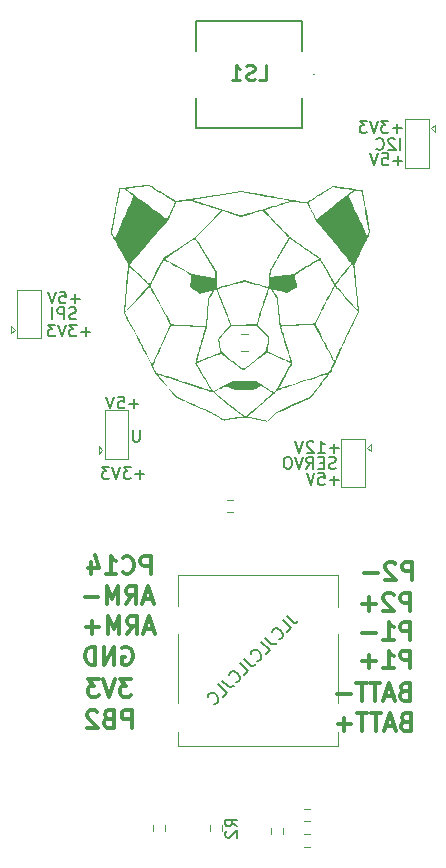
<source format=gbr>
%TF.GenerationSoftware,KiCad,Pcbnew,(7.0.0)*%
%TF.CreationDate,2023-07-06T15:18:02+01:00*%
%TF.ProjectId,wolf flight comp,776f6c66-2066-46c6-9967-687420636f6d,rev?*%
%TF.SameCoordinates,Original*%
%TF.FileFunction,Legend,Bot*%
%TF.FilePolarity,Positive*%
%FSLAX46Y46*%
G04 Gerber Fmt 4.6, Leading zero omitted, Abs format (unit mm)*
G04 Created by KiCad (PCBNEW (7.0.0)) date 2023-07-06 15:18:02*
%MOMM*%
%LPD*%
G01*
G04 APERTURE LIST*
%ADD10C,0.200000*%
%ADD11C,0.300000*%
%ADD12C,0.150000*%
%ADD13C,0.254000*%
%ADD14C,0.120000*%
%ADD15C,0.100000*%
G04 APERTURE END LIST*
D10*
X167668624Y-108259402D02*
X168173700Y-108764478D01*
X168173700Y-108764478D02*
X168308387Y-108831822D01*
X168308387Y-108831822D02*
X168443074Y-108831822D01*
X168443074Y-108831822D02*
X168577761Y-108764478D01*
X168577761Y-108764478D02*
X168645104Y-108697135D01*
X167702295Y-109639944D02*
X168039013Y-109303227D01*
X168039013Y-109303227D02*
X167331906Y-108596120D01*
X166995188Y-110212364D02*
X167062532Y-110212364D01*
X167062532Y-110212364D02*
X167197219Y-110145020D01*
X167197219Y-110145020D02*
X167264562Y-110077677D01*
X167264562Y-110077677D02*
X167331906Y-109942990D01*
X167331906Y-109942990D02*
X167331906Y-109808303D01*
X167331906Y-109808303D02*
X167298234Y-109707288D01*
X167298234Y-109707288D02*
X167197219Y-109538929D01*
X167197219Y-109538929D02*
X167096203Y-109437914D01*
X167096203Y-109437914D02*
X166927845Y-109336898D01*
X166927845Y-109336898D02*
X166826829Y-109303227D01*
X166826829Y-109303227D02*
X166692142Y-109303227D01*
X166692142Y-109303227D02*
X166557455Y-109370570D01*
X166557455Y-109370570D02*
X166490112Y-109437914D01*
X166490112Y-109437914D02*
X166422768Y-109572601D01*
X166422768Y-109572601D02*
X166422768Y-109639944D01*
X165850349Y-110077677D02*
X166355425Y-110582753D01*
X166355425Y-110582753D02*
X166490112Y-110650097D01*
X166490112Y-110650097D02*
X166624799Y-110650097D01*
X166624799Y-110650097D02*
X166759486Y-110582753D01*
X166759486Y-110582753D02*
X166826829Y-110515410D01*
X165884020Y-111458219D02*
X166220738Y-111121501D01*
X166220738Y-111121501D02*
X165513631Y-110414395D01*
X165176913Y-112030639D02*
X165244257Y-112030639D01*
X165244257Y-112030639D02*
X165378944Y-111963295D01*
X165378944Y-111963295D02*
X165446287Y-111895952D01*
X165446287Y-111895952D02*
X165513631Y-111761265D01*
X165513631Y-111761265D02*
X165513631Y-111626578D01*
X165513631Y-111626578D02*
X165479959Y-111525563D01*
X165479959Y-111525563D02*
X165378944Y-111357204D01*
X165378944Y-111357204D02*
X165277929Y-111256189D01*
X165277929Y-111256189D02*
X165109570Y-111155173D01*
X165109570Y-111155173D02*
X165008555Y-111121502D01*
X165008555Y-111121502D02*
X164873868Y-111121502D01*
X164873868Y-111121502D02*
X164739181Y-111188845D01*
X164739181Y-111188845D02*
X164671837Y-111256189D01*
X164671837Y-111256189D02*
X164604494Y-111390876D01*
X164604494Y-111390876D02*
X164604494Y-111458219D01*
X164032074Y-111895952D02*
X164537150Y-112401028D01*
X164537150Y-112401028D02*
X164671837Y-112468372D01*
X164671837Y-112468372D02*
X164806524Y-112468372D01*
X164806524Y-112468372D02*
X164941211Y-112401028D01*
X164941211Y-112401028D02*
X165008555Y-112333685D01*
X164065745Y-113276494D02*
X164402463Y-112939776D01*
X164402463Y-112939776D02*
X163695356Y-112232670D01*
X163358638Y-113848914D02*
X163425982Y-113848914D01*
X163425982Y-113848914D02*
X163560669Y-113781570D01*
X163560669Y-113781570D02*
X163628012Y-113714227D01*
X163628012Y-113714227D02*
X163695356Y-113579540D01*
X163695356Y-113579540D02*
X163695356Y-113444853D01*
X163695356Y-113444853D02*
X163661684Y-113343837D01*
X163661684Y-113343837D02*
X163560669Y-113175479D01*
X163560669Y-113175479D02*
X163459654Y-113074463D01*
X163459654Y-113074463D02*
X163291295Y-112973448D01*
X163291295Y-112973448D02*
X163190280Y-112939776D01*
X163190280Y-112939776D02*
X163055593Y-112939776D01*
X163055593Y-112939776D02*
X162920906Y-113007120D01*
X162920906Y-113007120D02*
X162853562Y-113074463D01*
X162853562Y-113074463D02*
X162786219Y-113209150D01*
X162786219Y-113209150D02*
X162786219Y-113276494D01*
X162213799Y-113714227D02*
X162718875Y-114219303D01*
X162718875Y-114219303D02*
X162853562Y-114286647D01*
X162853562Y-114286647D02*
X162988249Y-114286647D01*
X162988249Y-114286647D02*
X163122936Y-114219303D01*
X163122936Y-114219303D02*
X163190280Y-114151959D01*
X162247470Y-115094769D02*
X162584188Y-114758051D01*
X162584188Y-114758051D02*
X161877081Y-114050944D01*
X161540364Y-115667189D02*
X161607707Y-115667189D01*
X161607707Y-115667189D02*
X161742394Y-115599845D01*
X161742394Y-115599845D02*
X161809738Y-115532502D01*
X161809738Y-115532502D02*
X161877081Y-115397815D01*
X161877081Y-115397815D02*
X161877081Y-115263128D01*
X161877081Y-115263128D02*
X161843409Y-115162112D01*
X161843409Y-115162112D02*
X161742394Y-114993754D01*
X161742394Y-114993754D02*
X161641379Y-114892738D01*
X161641379Y-114892738D02*
X161473020Y-114791723D01*
X161473020Y-114791723D02*
X161372005Y-114758051D01*
X161372005Y-114758051D02*
X161237318Y-114758051D01*
X161237318Y-114758051D02*
X161102631Y-114825395D01*
X161102631Y-114825395D02*
X161035287Y-114892738D01*
X161035287Y-114892738D02*
X160967944Y-115027425D01*
X160967944Y-115027425D02*
X160967944Y-115094769D01*
X171809523Y-95734761D02*
X171666666Y-95782380D01*
X171666666Y-95782380D02*
X171428571Y-95782380D01*
X171428571Y-95782380D02*
X171333333Y-95734761D01*
X171333333Y-95734761D02*
X171285714Y-95687142D01*
X171285714Y-95687142D02*
X171238095Y-95591904D01*
X171238095Y-95591904D02*
X171238095Y-95496666D01*
X171238095Y-95496666D02*
X171285714Y-95401428D01*
X171285714Y-95401428D02*
X171333333Y-95353809D01*
X171333333Y-95353809D02*
X171428571Y-95306190D01*
X171428571Y-95306190D02*
X171619047Y-95258571D01*
X171619047Y-95258571D02*
X171714285Y-95210952D01*
X171714285Y-95210952D02*
X171761904Y-95163333D01*
X171761904Y-95163333D02*
X171809523Y-95068095D01*
X171809523Y-95068095D02*
X171809523Y-94972857D01*
X171809523Y-94972857D02*
X171761904Y-94877619D01*
X171761904Y-94877619D02*
X171714285Y-94830000D01*
X171714285Y-94830000D02*
X171619047Y-94782380D01*
X171619047Y-94782380D02*
X171380952Y-94782380D01*
X171380952Y-94782380D02*
X171238095Y-94830000D01*
X170809523Y-95258571D02*
X170476190Y-95258571D01*
X170333333Y-95782380D02*
X170809523Y-95782380D01*
X170809523Y-95782380D02*
X170809523Y-94782380D01*
X170809523Y-94782380D02*
X170333333Y-94782380D01*
X169333333Y-95782380D02*
X169666666Y-95306190D01*
X169904761Y-95782380D02*
X169904761Y-94782380D01*
X169904761Y-94782380D02*
X169523809Y-94782380D01*
X169523809Y-94782380D02*
X169428571Y-94830000D01*
X169428571Y-94830000D02*
X169380952Y-94877619D01*
X169380952Y-94877619D02*
X169333333Y-94972857D01*
X169333333Y-94972857D02*
X169333333Y-95115714D01*
X169333333Y-95115714D02*
X169380952Y-95210952D01*
X169380952Y-95210952D02*
X169428571Y-95258571D01*
X169428571Y-95258571D02*
X169523809Y-95306190D01*
X169523809Y-95306190D02*
X169904761Y-95306190D01*
X169047618Y-94782380D02*
X168714285Y-95782380D01*
X168714285Y-95782380D02*
X168380952Y-94782380D01*
X167857142Y-94782380D02*
X167666666Y-94782380D01*
X167666666Y-94782380D02*
X167571428Y-94830000D01*
X167571428Y-94830000D02*
X167476190Y-94925238D01*
X167476190Y-94925238D02*
X167428571Y-95115714D01*
X167428571Y-95115714D02*
X167428571Y-95449047D01*
X167428571Y-95449047D02*
X167476190Y-95639523D01*
X167476190Y-95639523D02*
X167571428Y-95734761D01*
X167571428Y-95734761D02*
X167666666Y-95782380D01*
X167666666Y-95782380D02*
X167857142Y-95782380D01*
X167857142Y-95782380D02*
X167952380Y-95734761D01*
X167952380Y-95734761D02*
X168047618Y-95639523D01*
X168047618Y-95639523D02*
X168095237Y-95449047D01*
X168095237Y-95449047D02*
X168095237Y-95115714D01*
X168095237Y-95115714D02*
X168047618Y-94925238D01*
X168047618Y-94925238D02*
X167952380Y-94830000D01*
X167952380Y-94830000D02*
X167857142Y-94782380D01*
X149809523Y-83084761D02*
X149666666Y-83132380D01*
X149666666Y-83132380D02*
X149428571Y-83132380D01*
X149428571Y-83132380D02*
X149333333Y-83084761D01*
X149333333Y-83084761D02*
X149285714Y-83037142D01*
X149285714Y-83037142D02*
X149238095Y-82941904D01*
X149238095Y-82941904D02*
X149238095Y-82846666D01*
X149238095Y-82846666D02*
X149285714Y-82751428D01*
X149285714Y-82751428D02*
X149333333Y-82703809D01*
X149333333Y-82703809D02*
X149428571Y-82656190D01*
X149428571Y-82656190D02*
X149619047Y-82608571D01*
X149619047Y-82608571D02*
X149714285Y-82560952D01*
X149714285Y-82560952D02*
X149761904Y-82513333D01*
X149761904Y-82513333D02*
X149809523Y-82418095D01*
X149809523Y-82418095D02*
X149809523Y-82322857D01*
X149809523Y-82322857D02*
X149761904Y-82227619D01*
X149761904Y-82227619D02*
X149714285Y-82180000D01*
X149714285Y-82180000D02*
X149619047Y-82132380D01*
X149619047Y-82132380D02*
X149380952Y-82132380D01*
X149380952Y-82132380D02*
X149238095Y-82180000D01*
X148809523Y-83132380D02*
X148809523Y-82132380D01*
X148809523Y-82132380D02*
X148428571Y-82132380D01*
X148428571Y-82132380D02*
X148333333Y-82180000D01*
X148333333Y-82180000D02*
X148285714Y-82227619D01*
X148285714Y-82227619D02*
X148238095Y-82322857D01*
X148238095Y-82322857D02*
X148238095Y-82465714D01*
X148238095Y-82465714D02*
X148285714Y-82560952D01*
X148285714Y-82560952D02*
X148333333Y-82608571D01*
X148333333Y-82608571D02*
X148428571Y-82656190D01*
X148428571Y-82656190D02*
X148809523Y-82656190D01*
X147809523Y-83132380D02*
X147809523Y-82132380D01*
X177411904Y-66951428D02*
X176650000Y-66951428D01*
X177030952Y-67332380D02*
X177030952Y-66570476D01*
X176269047Y-66332380D02*
X175650000Y-66332380D01*
X175650000Y-66332380D02*
X175983333Y-66713333D01*
X175983333Y-66713333D02*
X175840476Y-66713333D01*
X175840476Y-66713333D02*
X175745238Y-66760952D01*
X175745238Y-66760952D02*
X175697619Y-66808571D01*
X175697619Y-66808571D02*
X175650000Y-66903809D01*
X175650000Y-66903809D02*
X175650000Y-67141904D01*
X175650000Y-67141904D02*
X175697619Y-67237142D01*
X175697619Y-67237142D02*
X175745238Y-67284761D01*
X175745238Y-67284761D02*
X175840476Y-67332380D01*
X175840476Y-67332380D02*
X176126190Y-67332380D01*
X176126190Y-67332380D02*
X176221428Y-67284761D01*
X176221428Y-67284761D02*
X176269047Y-67237142D01*
X175364285Y-66332380D02*
X175030952Y-67332380D01*
X175030952Y-67332380D02*
X174697619Y-66332380D01*
X174459523Y-66332380D02*
X173840476Y-66332380D01*
X173840476Y-66332380D02*
X174173809Y-66713333D01*
X174173809Y-66713333D02*
X174030952Y-66713333D01*
X174030952Y-66713333D02*
X173935714Y-66760952D01*
X173935714Y-66760952D02*
X173888095Y-66808571D01*
X173888095Y-66808571D02*
X173840476Y-66903809D01*
X173840476Y-66903809D02*
X173840476Y-67141904D01*
X173840476Y-67141904D02*
X173888095Y-67237142D01*
X173888095Y-67237142D02*
X173935714Y-67284761D01*
X173935714Y-67284761D02*
X174030952Y-67332380D01*
X174030952Y-67332380D02*
X174316666Y-67332380D01*
X174316666Y-67332380D02*
X174411904Y-67284761D01*
X174411904Y-67284761D02*
X174459523Y-67237142D01*
X177461904Y-69701428D02*
X176700000Y-69701428D01*
X177080952Y-70082380D02*
X177080952Y-69320476D01*
X175747619Y-69082380D02*
X176223809Y-69082380D01*
X176223809Y-69082380D02*
X176271428Y-69558571D01*
X176271428Y-69558571D02*
X176223809Y-69510952D01*
X176223809Y-69510952D02*
X176128571Y-69463333D01*
X176128571Y-69463333D02*
X175890476Y-69463333D01*
X175890476Y-69463333D02*
X175795238Y-69510952D01*
X175795238Y-69510952D02*
X175747619Y-69558571D01*
X175747619Y-69558571D02*
X175700000Y-69653809D01*
X175700000Y-69653809D02*
X175700000Y-69891904D01*
X175700000Y-69891904D02*
X175747619Y-69987142D01*
X175747619Y-69987142D02*
X175795238Y-70034761D01*
X175795238Y-70034761D02*
X175890476Y-70082380D01*
X175890476Y-70082380D02*
X176128571Y-70082380D01*
X176128571Y-70082380D02*
X176223809Y-70034761D01*
X176223809Y-70034761D02*
X176271428Y-69987142D01*
X175414285Y-69082380D02*
X175080952Y-70082380D01*
X175080952Y-70082380D02*
X174747619Y-69082380D01*
D11*
X156364285Y-109365000D02*
X155650000Y-109365000D01*
X156507142Y-109793571D02*
X156007142Y-108293571D01*
X156007142Y-108293571D02*
X155507142Y-109793571D01*
X154150000Y-109793571D02*
X154650000Y-109079285D01*
X155007143Y-109793571D02*
X155007143Y-108293571D01*
X155007143Y-108293571D02*
X154435714Y-108293571D01*
X154435714Y-108293571D02*
X154292857Y-108365000D01*
X154292857Y-108365000D02*
X154221428Y-108436428D01*
X154221428Y-108436428D02*
X154150000Y-108579285D01*
X154150000Y-108579285D02*
X154150000Y-108793571D01*
X154150000Y-108793571D02*
X154221428Y-108936428D01*
X154221428Y-108936428D02*
X154292857Y-109007857D01*
X154292857Y-109007857D02*
X154435714Y-109079285D01*
X154435714Y-109079285D02*
X155007143Y-109079285D01*
X153507143Y-109793571D02*
X153507143Y-108293571D01*
X153507143Y-108293571D02*
X153007143Y-109365000D01*
X153007143Y-109365000D02*
X152507143Y-108293571D01*
X152507143Y-108293571D02*
X152507143Y-109793571D01*
X151792857Y-109222142D02*
X150650000Y-109222142D01*
X151221428Y-109793571D02*
X151221428Y-108650714D01*
X156264285Y-106795000D02*
X155550000Y-106795000D01*
X156407142Y-107223571D02*
X155907142Y-105723571D01*
X155907142Y-105723571D02*
X155407142Y-107223571D01*
X154050000Y-107223571D02*
X154550000Y-106509285D01*
X154907143Y-107223571D02*
X154907143Y-105723571D01*
X154907143Y-105723571D02*
X154335714Y-105723571D01*
X154335714Y-105723571D02*
X154192857Y-105795000D01*
X154192857Y-105795000D02*
X154121428Y-105866428D01*
X154121428Y-105866428D02*
X154050000Y-106009285D01*
X154050000Y-106009285D02*
X154050000Y-106223571D01*
X154050000Y-106223571D02*
X154121428Y-106366428D01*
X154121428Y-106366428D02*
X154192857Y-106437857D01*
X154192857Y-106437857D02*
X154335714Y-106509285D01*
X154335714Y-106509285D02*
X154907143Y-106509285D01*
X153407143Y-107223571D02*
X153407143Y-105723571D01*
X153407143Y-105723571D02*
X152907143Y-106795000D01*
X152907143Y-106795000D02*
X152407143Y-105723571D01*
X152407143Y-105723571D02*
X152407143Y-107223571D01*
X151692857Y-106652142D02*
X150550000Y-106652142D01*
X178142857Y-112673571D02*
X178142857Y-111173571D01*
X178142857Y-111173571D02*
X177571428Y-111173571D01*
X177571428Y-111173571D02*
X177428571Y-111245000D01*
X177428571Y-111245000D02*
X177357142Y-111316428D01*
X177357142Y-111316428D02*
X177285714Y-111459285D01*
X177285714Y-111459285D02*
X177285714Y-111673571D01*
X177285714Y-111673571D02*
X177357142Y-111816428D01*
X177357142Y-111816428D02*
X177428571Y-111887857D01*
X177428571Y-111887857D02*
X177571428Y-111959285D01*
X177571428Y-111959285D02*
X178142857Y-111959285D01*
X175857142Y-112673571D02*
X176714285Y-112673571D01*
X176285714Y-112673571D02*
X176285714Y-111173571D01*
X176285714Y-111173571D02*
X176428571Y-111387857D01*
X176428571Y-111387857D02*
X176571428Y-111530714D01*
X176571428Y-111530714D02*
X176714285Y-111602142D01*
X175214286Y-112102142D02*
X174071429Y-112102142D01*
X174642857Y-112673571D02*
X174642857Y-111530714D01*
D10*
X155211904Y-92482380D02*
X155211904Y-93291904D01*
X155211904Y-93291904D02*
X155164285Y-93387142D01*
X155164285Y-93387142D02*
X155116666Y-93434761D01*
X155116666Y-93434761D02*
X155021428Y-93482380D01*
X155021428Y-93482380D02*
X154830952Y-93482380D01*
X154830952Y-93482380D02*
X154735714Y-93434761D01*
X154735714Y-93434761D02*
X154688095Y-93387142D01*
X154688095Y-93387142D02*
X154640476Y-93291904D01*
X154640476Y-93291904D02*
X154640476Y-92482380D01*
D11*
X154542857Y-117723571D02*
X154542857Y-116223571D01*
X154542857Y-116223571D02*
X153971428Y-116223571D01*
X153971428Y-116223571D02*
X153828571Y-116295000D01*
X153828571Y-116295000D02*
X153757142Y-116366428D01*
X153757142Y-116366428D02*
X153685714Y-116509285D01*
X153685714Y-116509285D02*
X153685714Y-116723571D01*
X153685714Y-116723571D02*
X153757142Y-116866428D01*
X153757142Y-116866428D02*
X153828571Y-116937857D01*
X153828571Y-116937857D02*
X153971428Y-117009285D01*
X153971428Y-117009285D02*
X154542857Y-117009285D01*
X152542857Y-116937857D02*
X152328571Y-117009285D01*
X152328571Y-117009285D02*
X152257142Y-117080714D01*
X152257142Y-117080714D02*
X152185714Y-117223571D01*
X152185714Y-117223571D02*
X152185714Y-117437857D01*
X152185714Y-117437857D02*
X152257142Y-117580714D01*
X152257142Y-117580714D02*
X152328571Y-117652142D01*
X152328571Y-117652142D02*
X152471428Y-117723571D01*
X152471428Y-117723571D02*
X153042857Y-117723571D01*
X153042857Y-117723571D02*
X153042857Y-116223571D01*
X153042857Y-116223571D02*
X152542857Y-116223571D01*
X152542857Y-116223571D02*
X152400000Y-116295000D01*
X152400000Y-116295000D02*
X152328571Y-116366428D01*
X152328571Y-116366428D02*
X152257142Y-116509285D01*
X152257142Y-116509285D02*
X152257142Y-116652142D01*
X152257142Y-116652142D02*
X152328571Y-116795000D01*
X152328571Y-116795000D02*
X152400000Y-116866428D01*
X152400000Y-116866428D02*
X152542857Y-116937857D01*
X152542857Y-116937857D02*
X153042857Y-116937857D01*
X151614285Y-116366428D02*
X151542857Y-116295000D01*
X151542857Y-116295000D02*
X151400000Y-116223571D01*
X151400000Y-116223571D02*
X151042857Y-116223571D01*
X151042857Y-116223571D02*
X150900000Y-116295000D01*
X150900000Y-116295000D02*
X150828571Y-116366428D01*
X150828571Y-116366428D02*
X150757142Y-116509285D01*
X150757142Y-116509285D02*
X150757142Y-116652142D01*
X150757142Y-116652142D02*
X150828571Y-116866428D01*
X150828571Y-116866428D02*
X151685714Y-117723571D01*
X151685714Y-117723571D02*
X150757142Y-117723571D01*
D10*
X177261904Y-68782380D02*
X177261904Y-67782380D01*
X176833333Y-67877619D02*
X176785714Y-67830000D01*
X176785714Y-67830000D02*
X176690476Y-67782380D01*
X176690476Y-67782380D02*
X176452381Y-67782380D01*
X176452381Y-67782380D02*
X176357143Y-67830000D01*
X176357143Y-67830000D02*
X176309524Y-67877619D01*
X176309524Y-67877619D02*
X176261905Y-67972857D01*
X176261905Y-67972857D02*
X176261905Y-68068095D01*
X176261905Y-68068095D02*
X176309524Y-68210952D01*
X176309524Y-68210952D02*
X176880952Y-68782380D01*
X176880952Y-68782380D02*
X176261905Y-68782380D01*
X175261905Y-68687142D02*
X175309524Y-68734761D01*
X175309524Y-68734761D02*
X175452381Y-68782380D01*
X175452381Y-68782380D02*
X175547619Y-68782380D01*
X175547619Y-68782380D02*
X175690476Y-68734761D01*
X175690476Y-68734761D02*
X175785714Y-68639523D01*
X175785714Y-68639523D02*
X175833333Y-68544285D01*
X175833333Y-68544285D02*
X175880952Y-68353809D01*
X175880952Y-68353809D02*
X175880952Y-68210952D01*
X175880952Y-68210952D02*
X175833333Y-68020476D01*
X175833333Y-68020476D02*
X175785714Y-67925238D01*
X175785714Y-67925238D02*
X175690476Y-67830000D01*
X175690476Y-67830000D02*
X175547619Y-67782380D01*
X175547619Y-67782380D02*
X175452381Y-67782380D01*
X175452381Y-67782380D02*
X175309524Y-67830000D01*
X175309524Y-67830000D02*
X175261905Y-67877619D01*
D11*
X178292857Y-105173571D02*
X178292857Y-103673571D01*
X178292857Y-103673571D02*
X177721428Y-103673571D01*
X177721428Y-103673571D02*
X177578571Y-103745000D01*
X177578571Y-103745000D02*
X177507142Y-103816428D01*
X177507142Y-103816428D02*
X177435714Y-103959285D01*
X177435714Y-103959285D02*
X177435714Y-104173571D01*
X177435714Y-104173571D02*
X177507142Y-104316428D01*
X177507142Y-104316428D02*
X177578571Y-104387857D01*
X177578571Y-104387857D02*
X177721428Y-104459285D01*
X177721428Y-104459285D02*
X178292857Y-104459285D01*
X176864285Y-103816428D02*
X176792857Y-103745000D01*
X176792857Y-103745000D02*
X176650000Y-103673571D01*
X176650000Y-103673571D02*
X176292857Y-103673571D01*
X176292857Y-103673571D02*
X176150000Y-103745000D01*
X176150000Y-103745000D02*
X176078571Y-103816428D01*
X176078571Y-103816428D02*
X176007142Y-103959285D01*
X176007142Y-103959285D02*
X176007142Y-104102142D01*
X176007142Y-104102142D02*
X176078571Y-104316428D01*
X176078571Y-104316428D02*
X176935714Y-105173571D01*
X176935714Y-105173571D02*
X176007142Y-105173571D01*
X175364286Y-104602142D02*
X174221429Y-104602142D01*
X177642857Y-114637857D02*
X177428571Y-114709285D01*
X177428571Y-114709285D02*
X177357142Y-114780714D01*
X177357142Y-114780714D02*
X177285714Y-114923571D01*
X177285714Y-114923571D02*
X177285714Y-115137857D01*
X177285714Y-115137857D02*
X177357142Y-115280714D01*
X177357142Y-115280714D02*
X177428571Y-115352142D01*
X177428571Y-115352142D02*
X177571428Y-115423571D01*
X177571428Y-115423571D02*
X178142857Y-115423571D01*
X178142857Y-115423571D02*
X178142857Y-113923571D01*
X178142857Y-113923571D02*
X177642857Y-113923571D01*
X177642857Y-113923571D02*
X177500000Y-113995000D01*
X177500000Y-113995000D02*
X177428571Y-114066428D01*
X177428571Y-114066428D02*
X177357142Y-114209285D01*
X177357142Y-114209285D02*
X177357142Y-114352142D01*
X177357142Y-114352142D02*
X177428571Y-114495000D01*
X177428571Y-114495000D02*
X177500000Y-114566428D01*
X177500000Y-114566428D02*
X177642857Y-114637857D01*
X177642857Y-114637857D02*
X178142857Y-114637857D01*
X176714285Y-114995000D02*
X176000000Y-114995000D01*
X176857142Y-115423571D02*
X176357142Y-113923571D01*
X176357142Y-113923571D02*
X175857142Y-115423571D01*
X175571428Y-113923571D02*
X174714286Y-113923571D01*
X175142857Y-115423571D02*
X175142857Y-113923571D01*
X174428571Y-113923571D02*
X173571429Y-113923571D01*
X174000000Y-115423571D02*
X174000000Y-113923571D01*
X173071429Y-114852142D02*
X171928572Y-114852142D01*
D10*
X172061904Y-94051428D02*
X171300000Y-94051428D01*
X171680952Y-94432380D02*
X171680952Y-93670476D01*
X170300000Y-94432380D02*
X170871428Y-94432380D01*
X170585714Y-94432380D02*
X170585714Y-93432380D01*
X170585714Y-93432380D02*
X170680952Y-93575238D01*
X170680952Y-93575238D02*
X170776190Y-93670476D01*
X170776190Y-93670476D02*
X170871428Y-93718095D01*
X169919047Y-93527619D02*
X169871428Y-93480000D01*
X169871428Y-93480000D02*
X169776190Y-93432380D01*
X169776190Y-93432380D02*
X169538095Y-93432380D01*
X169538095Y-93432380D02*
X169442857Y-93480000D01*
X169442857Y-93480000D02*
X169395238Y-93527619D01*
X169395238Y-93527619D02*
X169347619Y-93622857D01*
X169347619Y-93622857D02*
X169347619Y-93718095D01*
X169347619Y-93718095D02*
X169395238Y-93860952D01*
X169395238Y-93860952D02*
X169966666Y-94432380D01*
X169966666Y-94432380D02*
X169347619Y-94432380D01*
X169061904Y-93432380D02*
X168728571Y-94432380D01*
X168728571Y-94432380D02*
X168395238Y-93432380D01*
D11*
X178142857Y-110273571D02*
X178142857Y-108773571D01*
X178142857Y-108773571D02*
X177571428Y-108773571D01*
X177571428Y-108773571D02*
X177428571Y-108845000D01*
X177428571Y-108845000D02*
X177357142Y-108916428D01*
X177357142Y-108916428D02*
X177285714Y-109059285D01*
X177285714Y-109059285D02*
X177285714Y-109273571D01*
X177285714Y-109273571D02*
X177357142Y-109416428D01*
X177357142Y-109416428D02*
X177428571Y-109487857D01*
X177428571Y-109487857D02*
X177571428Y-109559285D01*
X177571428Y-109559285D02*
X178142857Y-109559285D01*
X175857142Y-110273571D02*
X176714285Y-110273571D01*
X176285714Y-110273571D02*
X176285714Y-108773571D01*
X176285714Y-108773571D02*
X176428571Y-108987857D01*
X176428571Y-108987857D02*
X176571428Y-109130714D01*
X176571428Y-109130714D02*
X176714285Y-109202142D01*
X175214286Y-109702142D02*
X174071429Y-109702142D01*
D10*
X172061904Y-96751428D02*
X171300000Y-96751428D01*
X171680952Y-97132380D02*
X171680952Y-96370476D01*
X170347619Y-96132380D02*
X170823809Y-96132380D01*
X170823809Y-96132380D02*
X170871428Y-96608571D01*
X170871428Y-96608571D02*
X170823809Y-96560952D01*
X170823809Y-96560952D02*
X170728571Y-96513333D01*
X170728571Y-96513333D02*
X170490476Y-96513333D01*
X170490476Y-96513333D02*
X170395238Y-96560952D01*
X170395238Y-96560952D02*
X170347619Y-96608571D01*
X170347619Y-96608571D02*
X170300000Y-96703809D01*
X170300000Y-96703809D02*
X170300000Y-96941904D01*
X170300000Y-96941904D02*
X170347619Y-97037142D01*
X170347619Y-97037142D02*
X170395238Y-97084761D01*
X170395238Y-97084761D02*
X170490476Y-97132380D01*
X170490476Y-97132380D02*
X170728571Y-97132380D01*
X170728571Y-97132380D02*
X170823809Y-97084761D01*
X170823809Y-97084761D02*
X170871428Y-97037142D01*
X170014285Y-96132380D02*
X169680952Y-97132380D01*
X169680952Y-97132380D02*
X169347619Y-96132380D01*
X155111904Y-90301428D02*
X154350000Y-90301428D01*
X154730952Y-90682380D02*
X154730952Y-89920476D01*
X153397619Y-89682380D02*
X153873809Y-89682380D01*
X153873809Y-89682380D02*
X153921428Y-90158571D01*
X153921428Y-90158571D02*
X153873809Y-90110952D01*
X153873809Y-90110952D02*
X153778571Y-90063333D01*
X153778571Y-90063333D02*
X153540476Y-90063333D01*
X153540476Y-90063333D02*
X153445238Y-90110952D01*
X153445238Y-90110952D02*
X153397619Y-90158571D01*
X153397619Y-90158571D02*
X153350000Y-90253809D01*
X153350000Y-90253809D02*
X153350000Y-90491904D01*
X153350000Y-90491904D02*
X153397619Y-90587142D01*
X153397619Y-90587142D02*
X153445238Y-90634761D01*
X153445238Y-90634761D02*
X153540476Y-90682380D01*
X153540476Y-90682380D02*
X153778571Y-90682380D01*
X153778571Y-90682380D02*
X153873809Y-90634761D01*
X153873809Y-90634761D02*
X153921428Y-90587142D01*
X153064285Y-89682380D02*
X152730952Y-90682380D01*
X152730952Y-90682380D02*
X152397619Y-89682380D01*
X151011904Y-84201428D02*
X150250000Y-84201428D01*
X150630952Y-84582380D02*
X150630952Y-83820476D01*
X149869047Y-83582380D02*
X149250000Y-83582380D01*
X149250000Y-83582380D02*
X149583333Y-83963333D01*
X149583333Y-83963333D02*
X149440476Y-83963333D01*
X149440476Y-83963333D02*
X149345238Y-84010952D01*
X149345238Y-84010952D02*
X149297619Y-84058571D01*
X149297619Y-84058571D02*
X149250000Y-84153809D01*
X149250000Y-84153809D02*
X149250000Y-84391904D01*
X149250000Y-84391904D02*
X149297619Y-84487142D01*
X149297619Y-84487142D02*
X149345238Y-84534761D01*
X149345238Y-84534761D02*
X149440476Y-84582380D01*
X149440476Y-84582380D02*
X149726190Y-84582380D01*
X149726190Y-84582380D02*
X149821428Y-84534761D01*
X149821428Y-84534761D02*
X149869047Y-84487142D01*
X148964285Y-83582380D02*
X148630952Y-84582380D01*
X148630952Y-84582380D02*
X148297619Y-83582380D01*
X148059523Y-83582380D02*
X147440476Y-83582380D01*
X147440476Y-83582380D02*
X147773809Y-83963333D01*
X147773809Y-83963333D02*
X147630952Y-83963333D01*
X147630952Y-83963333D02*
X147535714Y-84010952D01*
X147535714Y-84010952D02*
X147488095Y-84058571D01*
X147488095Y-84058571D02*
X147440476Y-84153809D01*
X147440476Y-84153809D02*
X147440476Y-84391904D01*
X147440476Y-84391904D02*
X147488095Y-84487142D01*
X147488095Y-84487142D02*
X147535714Y-84534761D01*
X147535714Y-84534761D02*
X147630952Y-84582380D01*
X147630952Y-84582380D02*
X147916666Y-84582380D01*
X147916666Y-84582380D02*
X148011904Y-84534761D01*
X148011904Y-84534761D02*
X148059523Y-84487142D01*
D11*
X154485714Y-113573571D02*
X153557142Y-113573571D01*
X153557142Y-113573571D02*
X154057142Y-114145000D01*
X154057142Y-114145000D02*
X153842857Y-114145000D01*
X153842857Y-114145000D02*
X153700000Y-114216428D01*
X153700000Y-114216428D02*
X153628571Y-114287857D01*
X153628571Y-114287857D02*
X153557142Y-114430714D01*
X153557142Y-114430714D02*
X153557142Y-114787857D01*
X153557142Y-114787857D02*
X153628571Y-114930714D01*
X153628571Y-114930714D02*
X153700000Y-115002142D01*
X153700000Y-115002142D02*
X153842857Y-115073571D01*
X153842857Y-115073571D02*
X154271428Y-115073571D01*
X154271428Y-115073571D02*
X154414285Y-115002142D01*
X154414285Y-115002142D02*
X154485714Y-114930714D01*
X153128571Y-113573571D02*
X152628571Y-115073571D01*
X152628571Y-115073571D02*
X152128571Y-113573571D01*
X151771429Y-113573571D02*
X150842857Y-113573571D01*
X150842857Y-113573571D02*
X151342857Y-114145000D01*
X151342857Y-114145000D02*
X151128572Y-114145000D01*
X151128572Y-114145000D02*
X150985715Y-114216428D01*
X150985715Y-114216428D02*
X150914286Y-114287857D01*
X150914286Y-114287857D02*
X150842857Y-114430714D01*
X150842857Y-114430714D02*
X150842857Y-114787857D01*
X150842857Y-114787857D02*
X150914286Y-114930714D01*
X150914286Y-114930714D02*
X150985715Y-115002142D01*
X150985715Y-115002142D02*
X151128572Y-115073571D01*
X151128572Y-115073571D02*
X151557143Y-115073571D01*
X151557143Y-115073571D02*
X151700000Y-115002142D01*
X151700000Y-115002142D02*
X151771429Y-114930714D01*
D10*
X150161904Y-81401428D02*
X149400000Y-81401428D01*
X149780952Y-81782380D02*
X149780952Y-81020476D01*
X148447619Y-80782380D02*
X148923809Y-80782380D01*
X148923809Y-80782380D02*
X148971428Y-81258571D01*
X148971428Y-81258571D02*
X148923809Y-81210952D01*
X148923809Y-81210952D02*
X148828571Y-81163333D01*
X148828571Y-81163333D02*
X148590476Y-81163333D01*
X148590476Y-81163333D02*
X148495238Y-81210952D01*
X148495238Y-81210952D02*
X148447619Y-81258571D01*
X148447619Y-81258571D02*
X148400000Y-81353809D01*
X148400000Y-81353809D02*
X148400000Y-81591904D01*
X148400000Y-81591904D02*
X148447619Y-81687142D01*
X148447619Y-81687142D02*
X148495238Y-81734761D01*
X148495238Y-81734761D02*
X148590476Y-81782380D01*
X148590476Y-81782380D02*
X148828571Y-81782380D01*
X148828571Y-81782380D02*
X148923809Y-81734761D01*
X148923809Y-81734761D02*
X148971428Y-81687142D01*
X148114285Y-80782380D02*
X147780952Y-81782380D01*
X147780952Y-81782380D02*
X147447619Y-80782380D01*
X155611904Y-96251428D02*
X154850000Y-96251428D01*
X155230952Y-96632380D02*
X155230952Y-95870476D01*
X154469047Y-95632380D02*
X153850000Y-95632380D01*
X153850000Y-95632380D02*
X154183333Y-96013333D01*
X154183333Y-96013333D02*
X154040476Y-96013333D01*
X154040476Y-96013333D02*
X153945238Y-96060952D01*
X153945238Y-96060952D02*
X153897619Y-96108571D01*
X153897619Y-96108571D02*
X153850000Y-96203809D01*
X153850000Y-96203809D02*
X153850000Y-96441904D01*
X153850000Y-96441904D02*
X153897619Y-96537142D01*
X153897619Y-96537142D02*
X153945238Y-96584761D01*
X153945238Y-96584761D02*
X154040476Y-96632380D01*
X154040476Y-96632380D02*
X154326190Y-96632380D01*
X154326190Y-96632380D02*
X154421428Y-96584761D01*
X154421428Y-96584761D02*
X154469047Y-96537142D01*
X153564285Y-95632380D02*
X153230952Y-96632380D01*
X153230952Y-96632380D02*
X152897619Y-95632380D01*
X152659523Y-95632380D02*
X152040476Y-95632380D01*
X152040476Y-95632380D02*
X152373809Y-96013333D01*
X152373809Y-96013333D02*
X152230952Y-96013333D01*
X152230952Y-96013333D02*
X152135714Y-96060952D01*
X152135714Y-96060952D02*
X152088095Y-96108571D01*
X152088095Y-96108571D02*
X152040476Y-96203809D01*
X152040476Y-96203809D02*
X152040476Y-96441904D01*
X152040476Y-96441904D02*
X152088095Y-96537142D01*
X152088095Y-96537142D02*
X152135714Y-96584761D01*
X152135714Y-96584761D02*
X152230952Y-96632380D01*
X152230952Y-96632380D02*
X152516666Y-96632380D01*
X152516666Y-96632380D02*
X152611904Y-96584761D01*
X152611904Y-96584761D02*
X152659523Y-96537142D01*
D11*
X156142857Y-104693571D02*
X156142857Y-103193571D01*
X156142857Y-103193571D02*
X155571428Y-103193571D01*
X155571428Y-103193571D02*
X155428571Y-103265000D01*
X155428571Y-103265000D02*
X155357142Y-103336428D01*
X155357142Y-103336428D02*
X155285714Y-103479285D01*
X155285714Y-103479285D02*
X155285714Y-103693571D01*
X155285714Y-103693571D02*
X155357142Y-103836428D01*
X155357142Y-103836428D02*
X155428571Y-103907857D01*
X155428571Y-103907857D02*
X155571428Y-103979285D01*
X155571428Y-103979285D02*
X156142857Y-103979285D01*
X153785714Y-104550714D02*
X153857142Y-104622142D01*
X153857142Y-104622142D02*
X154071428Y-104693571D01*
X154071428Y-104693571D02*
X154214285Y-104693571D01*
X154214285Y-104693571D02*
X154428571Y-104622142D01*
X154428571Y-104622142D02*
X154571428Y-104479285D01*
X154571428Y-104479285D02*
X154642857Y-104336428D01*
X154642857Y-104336428D02*
X154714285Y-104050714D01*
X154714285Y-104050714D02*
X154714285Y-103836428D01*
X154714285Y-103836428D02*
X154642857Y-103550714D01*
X154642857Y-103550714D02*
X154571428Y-103407857D01*
X154571428Y-103407857D02*
X154428571Y-103265000D01*
X154428571Y-103265000D02*
X154214285Y-103193571D01*
X154214285Y-103193571D02*
X154071428Y-103193571D01*
X154071428Y-103193571D02*
X153857142Y-103265000D01*
X153857142Y-103265000D02*
X153785714Y-103336428D01*
X152357142Y-104693571D02*
X153214285Y-104693571D01*
X152785714Y-104693571D02*
X152785714Y-103193571D01*
X152785714Y-103193571D02*
X152928571Y-103407857D01*
X152928571Y-103407857D02*
X153071428Y-103550714D01*
X153071428Y-103550714D02*
X153214285Y-103622142D01*
X151071429Y-103693571D02*
X151071429Y-104693571D01*
X151428571Y-103122142D02*
X151785714Y-104193571D01*
X151785714Y-104193571D02*
X150857143Y-104193571D01*
X153757142Y-110945000D02*
X153900000Y-110873571D01*
X153900000Y-110873571D02*
X154114285Y-110873571D01*
X154114285Y-110873571D02*
X154328571Y-110945000D01*
X154328571Y-110945000D02*
X154471428Y-111087857D01*
X154471428Y-111087857D02*
X154542857Y-111230714D01*
X154542857Y-111230714D02*
X154614285Y-111516428D01*
X154614285Y-111516428D02*
X154614285Y-111730714D01*
X154614285Y-111730714D02*
X154542857Y-112016428D01*
X154542857Y-112016428D02*
X154471428Y-112159285D01*
X154471428Y-112159285D02*
X154328571Y-112302142D01*
X154328571Y-112302142D02*
X154114285Y-112373571D01*
X154114285Y-112373571D02*
X153971428Y-112373571D01*
X153971428Y-112373571D02*
X153757142Y-112302142D01*
X153757142Y-112302142D02*
X153685714Y-112230714D01*
X153685714Y-112230714D02*
X153685714Y-111730714D01*
X153685714Y-111730714D02*
X153971428Y-111730714D01*
X153042857Y-112373571D02*
X153042857Y-110873571D01*
X153042857Y-110873571D02*
X152185714Y-112373571D01*
X152185714Y-112373571D02*
X152185714Y-110873571D01*
X151471428Y-112373571D02*
X151471428Y-110873571D01*
X151471428Y-110873571D02*
X151114285Y-110873571D01*
X151114285Y-110873571D02*
X150899999Y-110945000D01*
X150899999Y-110945000D02*
X150757142Y-111087857D01*
X150757142Y-111087857D02*
X150685713Y-111230714D01*
X150685713Y-111230714D02*
X150614285Y-111516428D01*
X150614285Y-111516428D02*
X150614285Y-111730714D01*
X150614285Y-111730714D02*
X150685713Y-112016428D01*
X150685713Y-112016428D02*
X150757142Y-112159285D01*
X150757142Y-112159285D02*
X150899999Y-112302142D01*
X150899999Y-112302142D02*
X151114285Y-112373571D01*
X151114285Y-112373571D02*
X151471428Y-112373571D01*
X178142857Y-107823571D02*
X178142857Y-106323571D01*
X178142857Y-106323571D02*
X177571428Y-106323571D01*
X177571428Y-106323571D02*
X177428571Y-106395000D01*
X177428571Y-106395000D02*
X177357142Y-106466428D01*
X177357142Y-106466428D02*
X177285714Y-106609285D01*
X177285714Y-106609285D02*
X177285714Y-106823571D01*
X177285714Y-106823571D02*
X177357142Y-106966428D01*
X177357142Y-106966428D02*
X177428571Y-107037857D01*
X177428571Y-107037857D02*
X177571428Y-107109285D01*
X177571428Y-107109285D02*
X178142857Y-107109285D01*
X176714285Y-106466428D02*
X176642857Y-106395000D01*
X176642857Y-106395000D02*
X176500000Y-106323571D01*
X176500000Y-106323571D02*
X176142857Y-106323571D01*
X176142857Y-106323571D02*
X176000000Y-106395000D01*
X176000000Y-106395000D02*
X175928571Y-106466428D01*
X175928571Y-106466428D02*
X175857142Y-106609285D01*
X175857142Y-106609285D02*
X175857142Y-106752142D01*
X175857142Y-106752142D02*
X175928571Y-106966428D01*
X175928571Y-106966428D02*
X176785714Y-107823571D01*
X176785714Y-107823571D02*
X175857142Y-107823571D01*
X175214286Y-107252142D02*
X174071429Y-107252142D01*
X174642857Y-107823571D02*
X174642857Y-106680714D01*
X177692857Y-117207857D02*
X177478571Y-117279285D01*
X177478571Y-117279285D02*
X177407142Y-117350714D01*
X177407142Y-117350714D02*
X177335714Y-117493571D01*
X177335714Y-117493571D02*
X177335714Y-117707857D01*
X177335714Y-117707857D02*
X177407142Y-117850714D01*
X177407142Y-117850714D02*
X177478571Y-117922142D01*
X177478571Y-117922142D02*
X177621428Y-117993571D01*
X177621428Y-117993571D02*
X178192857Y-117993571D01*
X178192857Y-117993571D02*
X178192857Y-116493571D01*
X178192857Y-116493571D02*
X177692857Y-116493571D01*
X177692857Y-116493571D02*
X177550000Y-116565000D01*
X177550000Y-116565000D02*
X177478571Y-116636428D01*
X177478571Y-116636428D02*
X177407142Y-116779285D01*
X177407142Y-116779285D02*
X177407142Y-116922142D01*
X177407142Y-116922142D02*
X177478571Y-117065000D01*
X177478571Y-117065000D02*
X177550000Y-117136428D01*
X177550000Y-117136428D02*
X177692857Y-117207857D01*
X177692857Y-117207857D02*
X178192857Y-117207857D01*
X176764285Y-117565000D02*
X176050000Y-117565000D01*
X176907142Y-117993571D02*
X176407142Y-116493571D01*
X176407142Y-116493571D02*
X175907142Y-117993571D01*
X175621428Y-116493571D02*
X174764286Y-116493571D01*
X175192857Y-117993571D02*
X175192857Y-116493571D01*
X174478571Y-116493571D02*
X173621429Y-116493571D01*
X174050000Y-117993571D02*
X174050000Y-116493571D01*
X173121429Y-117422142D02*
X171978572Y-117422142D01*
X172550000Y-117993571D02*
X172550000Y-116850714D01*
D12*
%TO.C,R2*%
X163468380Y-126071333D02*
X162992190Y-125738000D01*
X163468380Y-125499905D02*
X162468380Y-125499905D01*
X162468380Y-125499905D02*
X162468380Y-125880857D01*
X162468380Y-125880857D02*
X162516000Y-125976095D01*
X162516000Y-125976095D02*
X162563619Y-126023714D01*
X162563619Y-126023714D02*
X162658857Y-126071333D01*
X162658857Y-126071333D02*
X162801714Y-126071333D01*
X162801714Y-126071333D02*
X162896952Y-126023714D01*
X162896952Y-126023714D02*
X162944571Y-125976095D01*
X162944571Y-125976095D02*
X162992190Y-125880857D01*
X162992190Y-125880857D02*
X162992190Y-125499905D01*
X162563619Y-126452286D02*
X162516000Y-126499905D01*
X162516000Y-126499905D02*
X162468380Y-126595143D01*
X162468380Y-126595143D02*
X162468380Y-126833238D01*
X162468380Y-126833238D02*
X162516000Y-126928476D01*
X162516000Y-126928476D02*
X162563619Y-126976095D01*
X162563619Y-126976095D02*
X162658857Y-127023714D01*
X162658857Y-127023714D02*
X162754095Y-127023714D01*
X162754095Y-127023714D02*
X162896952Y-126976095D01*
X162896952Y-126976095D02*
X163468380Y-126404667D01*
X163468380Y-126404667D02*
X163468380Y-127023714D01*
D13*
%TO.C,LS1*%
X165316428Y-62866573D02*
X165921190Y-62866573D01*
X165921190Y-62866573D02*
X165921190Y-61596573D01*
X164953571Y-62806097D02*
X164772142Y-62866573D01*
X164772142Y-62866573D02*
X164469761Y-62866573D01*
X164469761Y-62866573D02*
X164348809Y-62806097D01*
X164348809Y-62806097D02*
X164288333Y-62745621D01*
X164288333Y-62745621D02*
X164227856Y-62624669D01*
X164227856Y-62624669D02*
X164227856Y-62503716D01*
X164227856Y-62503716D02*
X164288333Y-62382764D01*
X164288333Y-62382764D02*
X164348809Y-62322288D01*
X164348809Y-62322288D02*
X164469761Y-62261811D01*
X164469761Y-62261811D02*
X164711666Y-62201335D01*
X164711666Y-62201335D02*
X164832618Y-62140859D01*
X164832618Y-62140859D02*
X164893095Y-62080383D01*
X164893095Y-62080383D02*
X164953571Y-61959430D01*
X164953571Y-61959430D02*
X164953571Y-61838478D01*
X164953571Y-61838478D02*
X164893095Y-61717526D01*
X164893095Y-61717526D02*
X164832618Y-61657050D01*
X164832618Y-61657050D02*
X164711666Y-61596573D01*
X164711666Y-61596573D02*
X164409285Y-61596573D01*
X164409285Y-61596573D02*
X164227856Y-61657050D01*
X163018332Y-62866573D02*
X163744047Y-62866573D01*
X163381190Y-62866573D02*
X163381190Y-61596573D01*
X163381190Y-61596573D02*
X163502142Y-61778002D01*
X163502142Y-61778002D02*
X163623094Y-61898954D01*
X163623094Y-61898954D02*
X163744047Y-61959430D01*
D14*
%TO.C,R2*%
X161148500Y-126492724D02*
X161148500Y-125983276D01*
X162193500Y-126492724D02*
X162193500Y-125983276D01*
%TO.C,JP2*%
X152250000Y-94950000D02*
X154250000Y-94950000D01*
X154250000Y-94950000D02*
X154250000Y-90850000D01*
X151750000Y-94500000D02*
X151750000Y-93900000D01*
X152050000Y-94200000D02*
X151750000Y-94500000D01*
X152050000Y-94200000D02*
X151750000Y-93900000D01*
X152250000Y-90850000D02*
X152250000Y-94950000D01*
X154250000Y-90850000D02*
X152250000Y-90850000D01*
%TO.C,R15*%
X162637742Y-98427500D02*
X163112258Y-98427500D01*
X162637742Y-99472500D02*
X163112258Y-99472500D01*
%TO.C,JP4*%
X179700000Y-66200000D02*
X177700000Y-66200000D01*
X177700000Y-66200000D02*
X177700000Y-70300000D01*
X180200000Y-66650000D02*
X180200000Y-67250000D01*
X179900000Y-66950000D02*
X180200000Y-66650000D01*
X179900000Y-66950000D02*
X180200000Y-67250000D01*
X179700000Y-70300000D02*
X179700000Y-66200000D01*
X177700000Y-70300000D02*
X179700000Y-70300000D01*
D15*
%TO.C,J8*%
X172027000Y-119239000D02*
X158427000Y-119239000D01*
X172027000Y-118114000D02*
X172027000Y-119239000D01*
X172027000Y-109814000D02*
X172027000Y-115614000D01*
X172027000Y-107514000D02*
X172027000Y-104789000D01*
X172027000Y-104789000D02*
X158427000Y-104789000D01*
X158452000Y-114714000D02*
X158452000Y-114714000D01*
X158452000Y-114614000D02*
X158452000Y-114614000D01*
X158427000Y-119239000D02*
X158427000Y-118114000D01*
X158427000Y-109814000D02*
X158427000Y-115614000D01*
X158427000Y-104789000D02*
X158427000Y-107414000D01*
X158452000Y-114614000D02*
G75*
G03*
X158452000Y-114714000I0J-50000D01*
G01*
X158452000Y-114714000D02*
G75*
G03*
X158452000Y-114614000I0J50000D01*
G01*
D14*
%TO.C,R24*%
X166327500Y-126687258D02*
X166327500Y-126212742D01*
X167372500Y-126687258D02*
X167372500Y-126212742D01*
%TO.C,C13*%
X164345252Y-85825000D02*
X163822748Y-85825000D01*
X164345252Y-84355000D02*
X163822748Y-84355000D01*
%TO.C,R1*%
X169672724Y-127776500D02*
X169163276Y-127776500D01*
X169672724Y-126731500D02*
X169163276Y-126731500D01*
%TO.C,JP3*%
X144850000Y-84750000D02*
X146850000Y-84750000D01*
X146850000Y-84750000D02*
X146850000Y-80650000D01*
X144350000Y-84300000D02*
X144350000Y-83700000D01*
X144650000Y-84000000D02*
X144350000Y-84300000D01*
X144650000Y-84000000D02*
X144350000Y-83700000D01*
X144850000Y-80650000D02*
X144850000Y-84750000D01*
X146850000Y-80650000D02*
X144850000Y-80650000D01*
%TO.C,JP1*%
X174300000Y-93250000D02*
X172300000Y-93250000D01*
X172300000Y-93250000D02*
X172300000Y-97350000D01*
X174800000Y-93700000D02*
X174800000Y-94300000D01*
X174500000Y-94000000D02*
X174800000Y-93700000D01*
X174500000Y-94000000D02*
X174800000Y-94300000D01*
X174300000Y-97350000D02*
X174300000Y-93250000D01*
X172300000Y-97350000D02*
X174300000Y-97350000D01*
%TO.C,R4*%
X169163276Y-124572500D02*
X169672724Y-124572500D01*
X169163276Y-125617500D02*
X169672724Y-125617500D01*
%TO.C,G\u002A\u002A\u002A*%
G36*
X173966211Y-72201793D02*
G01*
X174022081Y-72210976D01*
X174081306Y-72220906D01*
X174102314Y-72224758D01*
X174104644Y-72235832D01*
X174113899Y-72284952D01*
X174129658Y-72370558D01*
X174151374Y-72489616D01*
X174178498Y-72639095D01*
X174210481Y-72815961D01*
X174246777Y-73017182D01*
X174286836Y-73239727D01*
X174330111Y-73480561D01*
X174376053Y-73736654D01*
X174424115Y-74004973D01*
X174737980Y-75758555D01*
X174742143Y-75781813D01*
X174637481Y-75990376D01*
X174602660Y-76061506D01*
X174566517Y-76139892D01*
X174541908Y-76198869D01*
X174532819Y-76229335D01*
X174531010Y-76242488D01*
X174512564Y-76266792D01*
X174502290Y-76282199D01*
X174474563Y-76332585D01*
X174431409Y-76414718D01*
X174374535Y-76525237D01*
X174305649Y-76660783D01*
X174226457Y-76817995D01*
X174138665Y-76993514D01*
X174043979Y-77183979D01*
X173944107Y-77386030D01*
X173847301Y-77582693D01*
X173743692Y-77794070D01*
X173656741Y-77972794D01*
X173585138Y-78121744D01*
X173527572Y-78243794D01*
X173482731Y-78341824D01*
X173476085Y-78357110D01*
X173449304Y-78418710D01*
X173425981Y-78477328D01*
X173411450Y-78520557D01*
X173404400Y-78551272D01*
X173403521Y-78572352D01*
X173405893Y-78595389D01*
X173412484Y-78659329D01*
X173422827Y-78759635D01*
X173436593Y-78893124D01*
X173453454Y-79056616D01*
X173473082Y-79246931D01*
X173495150Y-79460888D01*
X173519329Y-79695307D01*
X173545291Y-79947006D01*
X173572708Y-80212806D01*
X173601252Y-80489526D01*
X173624297Y-80713609D01*
X173651769Y-80982596D01*
X173677692Y-81238445D01*
X173701751Y-81477932D01*
X173723628Y-81697836D01*
X173743008Y-81894934D01*
X173759574Y-82066004D01*
X173773009Y-82207824D01*
X173781938Y-82305566D01*
X173782998Y-82317171D01*
X173789223Y-82390822D01*
X173791368Y-82425556D01*
X173790986Y-82442083D01*
X173786100Y-82474141D01*
X173781363Y-82505227D01*
X173761750Y-82542077D01*
X173759006Y-82545601D01*
X173739566Y-82580732D01*
X173704430Y-82650326D01*
X173655002Y-82751350D01*
X173592689Y-82880770D01*
X173518894Y-83035553D01*
X173435024Y-83212665D01*
X173342483Y-83409072D01*
X173242678Y-83621741D01*
X173137012Y-83847638D01*
X173026891Y-84083730D01*
X172913721Y-84326984D01*
X172798906Y-84574365D01*
X172683852Y-84822841D01*
X172569963Y-85069377D01*
X172458646Y-85310941D01*
X172351305Y-85544498D01*
X172249346Y-85767015D01*
X172154173Y-85975459D01*
X172067192Y-86166796D01*
X171989808Y-86337992D01*
X171923427Y-86486015D01*
X171869452Y-86607830D01*
X171829291Y-86700403D01*
X171804347Y-86760702D01*
X171802623Y-86765879D01*
X171796026Y-86785693D01*
X171791746Y-86816994D01*
X171767403Y-86850397D01*
X171751142Y-86867537D01*
X171718461Y-86919120D01*
X171676701Y-86996203D01*
X171629449Y-87090906D01*
X171580294Y-87195347D01*
X171532825Y-87301647D01*
X171490632Y-87401923D01*
X171457303Y-87488296D01*
X171436427Y-87552884D01*
X171431592Y-87587806D01*
X171434485Y-87618149D01*
X171416352Y-87644065D01*
X171366228Y-87669458D01*
X171362053Y-87671157D01*
X171346217Y-87676925D01*
X171332648Y-87681896D01*
X171319345Y-87688531D01*
X171304309Y-87699292D01*
X171285539Y-87716639D01*
X171261036Y-87743034D01*
X171238247Y-87769829D01*
X171228799Y-87780937D01*
X171186828Y-87832809D01*
X171133123Y-87901112D01*
X171065684Y-87988307D01*
X170982511Y-88096854D01*
X170881604Y-88229214D01*
X170760963Y-88387849D01*
X170618587Y-88575220D01*
X170452476Y-88793787D01*
X169695539Y-89789450D01*
X168920643Y-90138041D01*
X168791715Y-90196064D01*
X168573140Y-90294520D01*
X168342270Y-90398605D01*
X168109295Y-90503722D01*
X167884404Y-90605271D01*
X167677784Y-90698657D01*
X167499625Y-90779281D01*
X166853503Y-91071931D01*
X166429817Y-91440231D01*
X166426871Y-91442792D01*
X166298760Y-91553761D01*
X166198158Y-91639681D01*
X166120963Y-91703560D01*
X166063075Y-91748404D01*
X166020393Y-91777223D01*
X165988816Y-91793023D01*
X165964245Y-91798813D01*
X165942577Y-91797599D01*
X165928738Y-91794954D01*
X165873544Y-91783557D01*
X165785371Y-91764852D01*
X165669744Y-91740028D01*
X165532186Y-91710274D01*
X165378223Y-91676778D01*
X165213377Y-91640727D01*
X164547730Y-91494788D01*
X164094637Y-91494788D01*
X164042396Y-91494803D01*
X163922257Y-91495222D01*
X163820919Y-91496780D01*
X163730812Y-91500220D01*
X163644364Y-91506286D01*
X163554002Y-91515719D01*
X163452155Y-91529262D01*
X163331252Y-91547660D01*
X163183719Y-91571653D01*
X163001986Y-91601986D01*
X162939084Y-91612457D01*
X162781999Y-91637959D01*
X162639140Y-91660249D01*
X162516012Y-91678524D01*
X162418119Y-91691985D01*
X162350967Y-91699829D01*
X162320059Y-91701256D01*
X162313462Y-91698938D01*
X162273067Y-91678487D01*
X162203316Y-91639508D01*
X162109015Y-91584812D01*
X161994973Y-91517209D01*
X161865998Y-91439510D01*
X161726898Y-91354525D01*
X161646405Y-91305037D01*
X161504834Y-91218494D01*
X161387323Y-91148148D01*
X161285941Y-91090019D01*
X161192760Y-91040127D01*
X161099851Y-90994491D01*
X160999284Y-90949130D01*
X160883132Y-90900063D01*
X160743464Y-90843309D01*
X160572352Y-90774888D01*
X160550592Y-90766197D01*
X160385067Y-90699439D01*
X160220430Y-90631995D01*
X160064390Y-90567097D01*
X159924661Y-90507972D01*
X159808953Y-90457853D01*
X159724979Y-90419968D01*
X159699826Y-90408177D01*
X159606625Y-90364372D01*
X159484803Y-90307001D01*
X159341475Y-90239419D01*
X159183753Y-90164981D01*
X159018754Y-90087044D01*
X158853590Y-90008962D01*
X158225821Y-89712041D01*
X157404147Y-88730356D01*
X157257124Y-88555310D01*
X157115796Y-88388230D01*
X156983870Y-88233434D01*
X156863866Y-88093826D01*
X156758308Y-87972308D01*
X156669716Y-87871783D01*
X156637954Y-87836562D01*
X156794710Y-87836562D01*
X156800884Y-87844695D01*
X156831630Y-87882624D01*
X156885634Y-87948184D01*
X156960364Y-88038333D01*
X157053286Y-88150029D01*
X157161869Y-88280228D01*
X157283579Y-88425888D01*
X157415883Y-88583965D01*
X157556249Y-88751418D01*
X158302623Y-89641160D01*
X159135611Y-90032566D01*
X159338514Y-90126837D01*
X159563785Y-90229532D01*
X159797034Y-90334148D01*
X160029035Y-90436614D01*
X160250564Y-90532856D01*
X160452399Y-90618801D01*
X160625313Y-90690375D01*
X160790078Y-90757319D01*
X160939207Y-90818583D01*
X161062610Y-90870744D01*
X161167370Y-90917347D01*
X161260570Y-90961936D01*
X161349292Y-91008054D01*
X161440618Y-91059246D01*
X161541630Y-91119055D01*
X161659411Y-91191025D01*
X161801043Y-91278701D01*
X161861432Y-91316063D01*
X162015521Y-91410208D01*
X162138575Y-91483207D01*
X162233752Y-91536794D01*
X162304212Y-91572703D01*
X162353112Y-91592667D01*
X162383612Y-91598419D01*
X162409815Y-91595743D01*
X162475691Y-91586415D01*
X162571785Y-91571428D01*
X162691636Y-91551822D01*
X162828785Y-91528638D01*
X162976773Y-91502915D01*
X163062096Y-91488252D01*
X163227593Y-91461650D01*
X163390774Y-91437565D01*
X163541814Y-91417351D01*
X163670886Y-91402360D01*
X163768165Y-91393945D01*
X164029949Y-91378274D01*
X164023138Y-91372978D01*
X164344737Y-91372978D01*
X164348713Y-91377764D01*
X164350851Y-91378274D01*
X164382078Y-91385722D01*
X164438572Y-91388866D01*
X164439391Y-91388871D01*
X164486224Y-91393717D01*
X164567696Y-91406851D01*
X164677366Y-91427040D01*
X164808797Y-91453051D01*
X164955546Y-91483650D01*
X165111174Y-91517607D01*
X165265388Y-91551862D01*
X165418385Y-91585570D01*
X165558399Y-91616149D01*
X165678342Y-91642057D01*
X165771125Y-91661756D01*
X165829658Y-91673704D01*
X165970951Y-91701060D01*
X166391967Y-91338416D01*
X166812983Y-90975772D01*
X168222605Y-90340338D01*
X169632228Y-89704903D01*
X170364922Y-88741016D01*
X170470668Y-88601726D01*
X170598735Y-88432535D01*
X170716840Y-88275953D01*
X170822732Y-88134990D01*
X170914164Y-88012657D01*
X170988887Y-87911964D01*
X171044653Y-87835921D01*
X171079213Y-87787540D01*
X171090319Y-87769829D01*
X171077650Y-87772936D01*
X171028040Y-87787952D01*
X170943933Y-87814390D01*
X170828555Y-87851192D01*
X170685131Y-87897301D01*
X170516890Y-87951659D01*
X170327056Y-88013209D01*
X170118857Y-88080891D01*
X169895519Y-88153650D01*
X169660268Y-88230427D01*
X169416330Y-88310164D01*
X169166932Y-88391803D01*
X168915300Y-88474287D01*
X168664660Y-88556558D01*
X168418240Y-88637559D01*
X168179265Y-88716230D01*
X167950961Y-88791516D01*
X167736555Y-88862358D01*
X167539274Y-88927697D01*
X167362343Y-88986478D01*
X167208989Y-89037641D01*
X167082439Y-89080129D01*
X166985918Y-89112884D01*
X166922654Y-89134849D01*
X166895872Y-89144966D01*
X166888704Y-89149162D01*
X166846914Y-89179877D01*
X166787595Y-89228795D01*
X166721136Y-89287445D01*
X166701895Y-89304742D01*
X166645913Y-89354318D01*
X166637602Y-89361627D01*
X166562693Y-89427509D01*
X166455211Y-89521715D01*
X166326445Y-89634334D01*
X166179372Y-89762766D01*
X166016967Y-89904411D01*
X165842210Y-90056667D01*
X165658075Y-90216934D01*
X165467541Y-90382611D01*
X165332286Y-90500269D01*
X165152637Y-90656885D01*
X164984480Y-90803872D01*
X164830382Y-90938964D01*
X164692907Y-91059899D01*
X164574624Y-91164413D01*
X164478099Y-91250242D01*
X164405899Y-91315121D01*
X164360589Y-91356788D01*
X164344737Y-91372978D01*
X164023138Y-91372978D01*
X162708949Y-90351061D01*
X161387949Y-89323848D01*
X161263790Y-89282275D01*
X161496984Y-89282275D01*
X162819447Y-90310358D01*
X162885425Y-90361644D01*
X163090447Y-90520945D01*
X163285213Y-90672176D01*
X163467145Y-90813345D01*
X163633669Y-90942455D01*
X163782209Y-91057513D01*
X163910189Y-91156524D01*
X164015034Y-91237494D01*
X164094167Y-91298428D01*
X164145013Y-91337333D01*
X164164996Y-91352213D01*
X164173235Y-91348096D01*
X164210337Y-91320376D01*
X164274175Y-91269001D01*
X164361650Y-91196659D01*
X164469664Y-91106035D01*
X164595116Y-90999816D01*
X164734907Y-90880688D01*
X164885937Y-90751336D01*
X165045108Y-90614447D01*
X165209319Y-90472707D01*
X165375472Y-90328802D01*
X165540466Y-90185418D01*
X165701203Y-90045241D01*
X165854583Y-89910958D01*
X165997506Y-89785255D01*
X166126873Y-89670817D01*
X166239585Y-89570331D01*
X166332541Y-89486483D01*
X166402644Y-89421959D01*
X166446792Y-89379445D01*
X166461888Y-89361627D01*
X166446513Y-89348504D01*
X166399122Y-89316423D01*
X166324461Y-89268711D01*
X166227349Y-89208397D01*
X166112606Y-89138509D01*
X165985052Y-89062073D01*
X165509946Y-88779567D01*
X165323760Y-88884445D01*
X165291704Y-88902378D01*
X165183322Y-88961733D01*
X165072454Y-89020911D01*
X164978691Y-89069411D01*
X164819808Y-89149500D01*
X164057173Y-89136846D01*
X163294537Y-89124191D01*
X162902627Y-88973441D01*
X162843343Y-88950844D01*
X162694888Y-88896602D01*
X162580062Y-88858571D01*
X162500479Y-88837261D01*
X162457757Y-88833180D01*
X162441684Y-88838326D01*
X162388090Y-88860209D01*
X162306159Y-88896359D01*
X162201947Y-88944032D01*
X162081506Y-89000485D01*
X161950890Y-89062972D01*
X161496984Y-89282275D01*
X161263790Y-89282275D01*
X161027815Y-89203262D01*
X160986555Y-89189509D01*
X160888396Y-89157004D01*
X160755949Y-89113320D01*
X160592942Y-89059679D01*
X160403103Y-88997306D01*
X160190161Y-88927424D01*
X159957843Y-88851255D01*
X159709879Y-88770023D01*
X159449995Y-88684952D01*
X159181920Y-88597264D01*
X158909383Y-88508183D01*
X158713767Y-88444267D01*
X158451900Y-88358695D01*
X158200557Y-88276552D01*
X157963042Y-88198920D01*
X157742661Y-88126879D01*
X157542720Y-88061509D01*
X157366525Y-88003893D01*
X157217382Y-87955110D01*
X157098595Y-87916241D01*
X157013471Y-87888367D01*
X156965316Y-87872569D01*
X156918609Y-87857855D01*
X156850211Y-87839323D01*
X156806344Y-87831684D01*
X156794710Y-87836562D01*
X156637954Y-87836562D01*
X156600613Y-87795155D01*
X156553522Y-87745327D01*
X156530963Y-87725201D01*
X156521933Y-87720857D01*
X156491243Y-87693213D01*
X156492541Y-87649582D01*
X156493272Y-87633837D01*
X156480589Y-87578132D01*
X156452358Y-87501291D01*
X156413475Y-87413350D01*
X156368836Y-87324341D01*
X156323339Y-87244300D01*
X156281880Y-87183260D01*
X156249355Y-87151255D01*
X156223689Y-87130672D01*
X156218180Y-87093472D01*
X156217575Y-87065734D01*
X156213287Y-87051679D01*
X156357553Y-87051679D01*
X156363241Y-87074956D01*
X156385366Y-87131100D01*
X156420194Y-87209034D01*
X156463450Y-87300165D01*
X156510861Y-87395899D01*
X156558154Y-87487642D01*
X156601054Y-87566801D01*
X156635288Y-87624782D01*
X156656583Y-87652991D01*
X156660140Y-87654732D01*
X156696661Y-87668352D01*
X156770018Y-87693947D01*
X156877635Y-87730660D01*
X157016931Y-87777634D01*
X157185328Y-87834010D01*
X157380248Y-87898932D01*
X157599112Y-87971542D01*
X157839342Y-88050982D01*
X158098358Y-88136393D01*
X158373583Y-88226920D01*
X158662438Y-88321704D01*
X158962344Y-88419887D01*
X159067705Y-88454335D01*
X159363623Y-88551026D01*
X159647413Y-88643666D01*
X159916517Y-88731425D01*
X160168377Y-88813472D01*
X160400436Y-88888977D01*
X160610136Y-88957108D01*
X160794918Y-89017036D01*
X160952225Y-89067929D01*
X161079499Y-89108957D01*
X161174183Y-89139291D01*
X161233718Y-89158098D01*
X161255547Y-89164548D01*
X161255775Y-89164547D01*
X161271435Y-89157087D01*
X161270609Y-89155295D01*
X161254650Y-89126465D01*
X161219713Y-89064946D01*
X161167582Y-88973835D01*
X161100038Y-88856226D01*
X161018862Y-88715216D01*
X160925836Y-88553899D01*
X160822741Y-88375372D01*
X160711360Y-88182731D01*
X160593473Y-87979071D01*
X159936564Y-86844829D01*
X160064764Y-86844829D01*
X160067051Y-86851242D01*
X160086612Y-86889713D01*
X160124366Y-86958806D01*
X160178130Y-87054781D01*
X160245722Y-87173894D01*
X160324957Y-87312404D01*
X160413653Y-87466567D01*
X160509627Y-87632641D01*
X160610695Y-87806885D01*
X160714674Y-87985556D01*
X160819381Y-88164911D01*
X160922634Y-88341209D01*
X161022248Y-88510706D01*
X161116040Y-88669661D01*
X161201828Y-88814331D01*
X161277428Y-88940974D01*
X161340657Y-89045848D01*
X161389332Y-89125210D01*
X161409650Y-89157087D01*
X161421270Y-89175317D01*
X161434287Y-89192428D01*
X161446557Y-89187234D01*
X161493726Y-89165609D01*
X161572338Y-89128916D01*
X161678444Y-89079019D01*
X161808096Y-89017779D01*
X161957347Y-88947060D01*
X162122248Y-88868723D01*
X162298851Y-88784630D01*
X163146200Y-88380693D01*
X164091953Y-88380693D01*
X165037707Y-88380693D01*
X165701985Y-88774565D01*
X165842771Y-88858078D01*
X165992932Y-88947238D01*
X166131097Y-89029361D01*
X166252374Y-89101537D01*
X166351872Y-89160853D01*
X166424699Y-89204398D01*
X166465965Y-89229263D01*
X166565665Y-89290089D01*
X166693221Y-89180042D01*
X166714741Y-89161111D01*
X166740696Y-89136410D01*
X166766491Y-89108412D01*
X166793989Y-89074036D01*
X166825055Y-89030204D01*
X166857767Y-88979679D01*
X166994542Y-88979679D01*
X167004823Y-88993815D01*
X167022055Y-88988709D01*
X167077195Y-88971182D01*
X167167583Y-88942017D01*
X167290556Y-88902086D01*
X167443450Y-88852261D01*
X167623602Y-88793411D01*
X167828348Y-88726409D01*
X168055023Y-88652125D01*
X168300965Y-88571430D01*
X168563508Y-88485196D01*
X168839991Y-88394293D01*
X169127748Y-88299593D01*
X169199063Y-88276112D01*
X169528255Y-88167687D01*
X169820003Y-88071488D01*
X170076641Y-87986689D01*
X170300507Y-87912462D01*
X170493934Y-87847978D01*
X170659260Y-87792411D01*
X170798820Y-87744931D01*
X170914950Y-87704713D01*
X171009984Y-87670927D01*
X171086260Y-87642746D01*
X171146112Y-87619342D01*
X171191877Y-87599888D01*
X171225890Y-87583555D01*
X171250486Y-87569516D01*
X171268002Y-87556943D01*
X171280774Y-87545009D01*
X171291136Y-87532885D01*
X171312346Y-87500989D01*
X171351134Y-87432426D01*
X171399641Y-87339500D01*
X171453722Y-87230204D01*
X171509230Y-87112527D01*
X171668709Y-86765879D01*
X171506644Y-86455044D01*
X171496666Y-86435912D01*
X171452782Y-86351814D01*
X171392103Y-86235585D01*
X171316784Y-86091347D01*
X171228977Y-85923223D01*
X171130836Y-85735337D01*
X171024515Y-85531811D01*
X170912167Y-85316768D01*
X170795945Y-85094331D01*
X170678004Y-84868623D01*
X170011430Y-83593036D01*
X169934680Y-83593036D01*
X169903199Y-83594113D01*
X169832376Y-83597482D01*
X169726933Y-83602930D01*
X169590825Y-83610241D01*
X169428008Y-83619196D01*
X169242436Y-83629577D01*
X169038065Y-83641167D01*
X168818849Y-83653749D01*
X168588744Y-83667104D01*
X168369385Y-83679855D01*
X168150770Y-83692461D01*
X167947279Y-83704092D01*
X167762793Y-83714530D01*
X167601194Y-83723559D01*
X167466364Y-83730962D01*
X167362184Y-83736523D01*
X167292536Y-83740024D01*
X167261301Y-83741249D01*
X167221825Y-83747758D01*
X167203044Y-83772099D01*
X167203046Y-83772183D01*
X167209486Y-83797510D01*
X167227745Y-83859951D01*
X167256824Y-83956293D01*
X167295729Y-84083322D01*
X167343462Y-84237823D01*
X167399028Y-84416581D01*
X167461431Y-84616383D01*
X167529673Y-84834013D01*
X167602759Y-85066259D01*
X167679692Y-85309904D01*
X167681680Y-85316190D01*
X167758454Y-85559153D01*
X167831365Y-85790301D01*
X167899418Y-86006458D01*
X167961620Y-86204451D01*
X168016979Y-86381103D01*
X168064499Y-86533241D01*
X168103189Y-86657690D01*
X168124971Y-86728311D01*
X168132054Y-86751276D01*
X168150102Y-86810823D01*
X168156339Y-86833158D01*
X168151372Y-86844327D01*
X168146793Y-86853228D01*
X168128138Y-86889492D01*
X168087562Y-86966001D01*
X168031472Y-87070477D01*
X167961696Y-87199541D01*
X167880061Y-87349813D01*
X167788396Y-87517917D01*
X167688530Y-87700473D01*
X167582289Y-87894103D01*
X167508029Y-88029320D01*
X167405431Y-88216382D01*
X167310170Y-88390346D01*
X167224118Y-88547782D01*
X167149145Y-88685257D01*
X167087121Y-88799341D01*
X167039918Y-88886603D01*
X167009405Y-88943610D01*
X166997454Y-88966932D01*
X166994542Y-88979679D01*
X166857767Y-88979679D01*
X166861550Y-88973836D01*
X166905338Y-88901854D01*
X166958281Y-88811177D01*
X167022244Y-88698726D01*
X167099088Y-88561423D01*
X167190677Y-88396186D01*
X167298873Y-88199939D01*
X167425541Y-87969600D01*
X167528011Y-87782484D01*
X167630420Y-87594061D01*
X167724379Y-87419724D01*
X167808160Y-87262755D01*
X167880034Y-87126432D01*
X167938272Y-87014038D01*
X167981145Y-86928852D01*
X168006924Y-86874155D01*
X168013881Y-86853228D01*
X168002060Y-86846960D01*
X167955563Y-86824817D01*
X167878097Y-86788841D01*
X167774116Y-86741046D01*
X167648079Y-86683444D01*
X167504439Y-86618048D01*
X167347655Y-86546874D01*
X167182182Y-86471932D01*
X167012477Y-86395238D01*
X166842995Y-86318803D01*
X166678193Y-86244643D01*
X166522528Y-86174769D01*
X166380454Y-86111195D01*
X166256430Y-86055935D01*
X166154910Y-86011002D01*
X166080351Y-85978408D01*
X166037210Y-85960169D01*
X166034321Y-85959109D01*
X166020559Y-85956946D01*
X166002531Y-85960025D01*
X165977580Y-85970230D01*
X165943053Y-85989446D01*
X165896291Y-86019556D01*
X165834641Y-86062445D01*
X165755447Y-86119996D01*
X165656052Y-86194094D01*
X165533800Y-86286622D01*
X165386038Y-86399465D01*
X165210108Y-86534506D01*
X165003354Y-86693631D01*
X164847516Y-86813531D01*
X164677774Y-86943826D01*
X164520650Y-87064116D01*
X164379131Y-87172130D01*
X164256205Y-87265597D01*
X164154859Y-87342247D01*
X164078081Y-87399808D01*
X164028857Y-87436010D01*
X164010176Y-87448582D01*
X164003388Y-87444533D01*
X163966665Y-87418692D01*
X163901017Y-87370970D01*
X163809566Y-87303680D01*
X163695436Y-87219140D01*
X163561750Y-87119665D01*
X163411631Y-87007572D01*
X163248203Y-86885177D01*
X163074589Y-86754796D01*
X162978282Y-86682417D01*
X162808706Y-86555187D01*
X162650455Y-86436723D01*
X162506746Y-86329417D01*
X162380792Y-86235660D01*
X162275809Y-86157844D01*
X162195013Y-86098359D01*
X162141617Y-86059597D01*
X162118839Y-86043949D01*
X162111886Y-86044017D01*
X162070355Y-86054893D01*
X161996434Y-86079082D01*
X161894630Y-86114827D01*
X161769447Y-86160370D01*
X161625393Y-86213956D01*
X161466972Y-86273828D01*
X161298690Y-86338228D01*
X161125052Y-86405400D01*
X160950565Y-86473588D01*
X160779735Y-86541034D01*
X160617065Y-86605982D01*
X160467064Y-86666675D01*
X160334235Y-86721356D01*
X160223085Y-86768269D01*
X160138119Y-86805657D01*
X160083844Y-86831762D01*
X160064764Y-86844829D01*
X159936564Y-86844829D01*
X159915511Y-86808479D01*
X159944599Y-86720733D01*
X159952777Y-86694602D01*
X160069468Y-86694602D01*
X160088112Y-86704900D01*
X160108965Y-86698471D01*
X160165244Y-86677914D01*
X160251750Y-86645036D01*
X160363838Y-86601690D01*
X160496864Y-86549728D01*
X160646183Y-86491002D01*
X160807149Y-86427364D01*
X160975118Y-86360667D01*
X161145445Y-86292763D01*
X161313486Y-86225504D01*
X161474594Y-86160741D01*
X161624126Y-86100328D01*
X161757435Y-86046117D01*
X161869879Y-85999960D01*
X161956810Y-85963708D01*
X162013586Y-85939215D01*
X162035560Y-85928332D01*
X162035643Y-85905863D01*
X162028748Y-85847033D01*
X162015591Y-85757604D01*
X161997047Y-85643197D01*
X161973993Y-85509431D01*
X161947303Y-85361927D01*
X161921639Y-85222308D01*
X161896845Y-85085498D01*
X161875727Y-84966952D01*
X161859315Y-84872517D01*
X161850356Y-84818407D01*
X161965061Y-84818407D01*
X161968516Y-84871873D01*
X161978152Y-84949734D01*
X161994519Y-85056272D01*
X162018170Y-85195773D01*
X162049656Y-85372519D01*
X162151174Y-85933904D01*
X163072397Y-86627327D01*
X163171056Y-86701532D01*
X163339217Y-86827732D01*
X163495466Y-86944645D01*
X163636675Y-87049949D01*
X163759716Y-87141324D01*
X163861460Y-87216448D01*
X163938779Y-87273002D01*
X163988544Y-87308664D01*
X164007627Y-87321114D01*
X164019658Y-87313455D01*
X164062620Y-87282324D01*
X164133727Y-87229370D01*
X164229954Y-87156888D01*
X164348280Y-87067170D01*
X164485680Y-86962511D01*
X164639133Y-86845203D01*
X164805616Y-86717539D01*
X164982105Y-86581813D01*
X165942577Y-85842150D01*
X166022434Y-85263089D01*
X166024095Y-85251040D01*
X166044857Y-85099435D01*
X166063492Y-84961616D01*
X166079254Y-84843219D01*
X166091401Y-84749880D01*
X166099189Y-84687233D01*
X166101875Y-84660914D01*
X166096042Y-84651841D01*
X166063987Y-84615731D01*
X166007121Y-84556274D01*
X165929049Y-84477112D01*
X165833374Y-84381883D01*
X165723703Y-84274228D01*
X165603639Y-84157787D01*
X165105818Y-83677773D01*
X164030703Y-83677959D01*
X162955588Y-83678145D01*
X162475892Y-84204257D01*
X162395915Y-84292167D01*
X162286115Y-84413523D01*
X162187269Y-84523546D01*
X162102914Y-84618259D01*
X162036587Y-84693683D01*
X161991826Y-84745840D01*
X161972167Y-84770752D01*
X161967235Y-84785049D01*
X161965061Y-84818407D01*
X161850356Y-84818407D01*
X161848639Y-84808038D01*
X161844727Y-84779358D01*
X161857764Y-84757765D01*
X161896401Y-84708487D01*
X161957451Y-84635407D01*
X162037715Y-84542237D01*
X162133996Y-84432689D01*
X162243094Y-84310474D01*
X162361811Y-84179303D01*
X162879566Y-83611025D01*
X162875391Y-83600438D01*
X165191056Y-83600438D01*
X165197975Y-83610964D01*
X165198030Y-83611025D01*
X165231638Y-83648584D01*
X165290055Y-83709294D01*
X165369637Y-83789490D01*
X165466795Y-83885567D01*
X165577939Y-83993921D01*
X165699480Y-84110948D01*
X165841959Y-84248271D01*
X165975058Y-84379096D01*
X166077480Y-84483109D01*
X166149825Y-84560938D01*
X166192696Y-84613211D01*
X166206694Y-84640556D01*
X166206664Y-84641531D01*
X166204721Y-84660914D01*
X166203192Y-84676170D01*
X166194542Y-84746450D01*
X166181493Y-84846502D01*
X166164822Y-84970457D01*
X166145307Y-85112445D01*
X166123726Y-85266597D01*
X166121059Y-85285498D01*
X166100023Y-85435611D01*
X166081368Y-85570576D01*
X166065814Y-85685033D01*
X166054082Y-85773622D01*
X166046895Y-85830986D01*
X166044973Y-85851766D01*
X166046317Y-85852419D01*
X166074731Y-85865352D01*
X166137243Y-85893558D01*
X166230190Y-85935390D01*
X166349909Y-85989202D01*
X166492737Y-86053349D01*
X166655013Y-86126185D01*
X166833073Y-86206064D01*
X167023254Y-86291340D01*
X167070010Y-86312294D01*
X167257998Y-86396408D01*
X167433279Y-86474627D01*
X167592147Y-86545311D01*
X167730896Y-86606820D01*
X167845822Y-86657515D01*
X167933221Y-86695755D01*
X167989386Y-86719902D01*
X168010614Y-86728316D01*
X168010642Y-86728311D01*
X168006247Y-86708106D01*
X167989922Y-86650727D01*
X167962637Y-86559308D01*
X167925365Y-86436984D01*
X167879076Y-86286887D01*
X167824739Y-86112154D01*
X167763328Y-85915917D01*
X167695811Y-85701310D01*
X167623160Y-85471468D01*
X167546346Y-85229525D01*
X167472898Y-84997900D01*
X167398716Y-84762306D01*
X167329189Y-84539823D01*
X167265355Y-84333853D01*
X167208253Y-84147799D01*
X167158920Y-83985066D01*
X167118396Y-83849057D01*
X167087718Y-83743174D01*
X167067925Y-83670823D01*
X167060055Y-83635405D01*
X167059484Y-83629682D01*
X167054518Y-83580881D01*
X167045749Y-83495404D01*
X167033634Y-83377667D01*
X167018626Y-83232088D01*
X167001182Y-83063082D01*
X166981757Y-82875067D01*
X166960808Y-82672459D01*
X166938788Y-82459675D01*
X166826942Y-81379275D01*
X166591157Y-80974015D01*
X166522837Y-80856883D01*
X166461325Y-80753011D01*
X166414292Y-80676952D01*
X166382527Y-80630338D01*
X166516608Y-80630338D01*
X166526758Y-80653550D01*
X166555038Y-80706911D01*
X166598280Y-80784714D01*
X166653317Y-80881249D01*
X166716980Y-80990808D01*
X166923888Y-81343793D01*
X167042083Y-82480707D01*
X167053853Y-82593455D01*
X167075963Y-82802664D01*
X167096872Y-82997233D01*
X167116137Y-83173230D01*
X167133316Y-83326726D01*
X167147967Y-83453791D01*
X167159645Y-83550496D01*
X167167910Y-83612911D01*
X167172319Y-83637105D01*
X167175748Y-83641827D01*
X167198999Y-83653661D01*
X167223088Y-83651274D01*
X167286812Y-83646546D01*
X167386086Y-83639828D01*
X167517373Y-83631339D01*
X167677133Y-83621297D01*
X167861829Y-83609918D01*
X168067921Y-83597422D01*
X168291872Y-83584025D01*
X168530142Y-83569946D01*
X168779194Y-83555403D01*
X169035488Y-83540613D01*
X169176487Y-83532455D01*
X170105296Y-83532455D01*
X170107416Y-83538178D01*
X170125675Y-83576623D01*
X170161439Y-83648439D01*
X170213247Y-83750786D01*
X170279641Y-83880823D01*
X170359159Y-84035710D01*
X170450343Y-84212608D01*
X170551732Y-84408675D01*
X170661867Y-84621073D01*
X170779287Y-84846960D01*
X170902533Y-85083496D01*
X170960793Y-85195153D01*
X171081812Y-85426898D01*
X171196623Y-85646508D01*
X171303743Y-85851155D01*
X171401685Y-86038012D01*
X171488966Y-86204252D01*
X171564100Y-86347050D01*
X171625603Y-86463577D01*
X171671989Y-86551007D01*
X171701773Y-86606513D01*
X171713471Y-86627269D01*
X171713776Y-86627273D01*
X171726200Y-86606558D01*
X171755131Y-86550105D01*
X171799406Y-86460362D01*
X171857864Y-86339776D01*
X171929339Y-86190794D01*
X172012671Y-86015864D01*
X172106695Y-85817433D01*
X172210249Y-85597950D01*
X172322170Y-85359861D01*
X172441294Y-85105615D01*
X172566460Y-84837658D01*
X172696503Y-84558438D01*
X173665832Y-82474141D01*
X172718289Y-81391804D01*
X172626537Y-81287074D01*
X172470725Y-81109579D01*
X172324323Y-80943247D01*
X172189638Y-80790672D01*
X172068974Y-80654451D01*
X171964637Y-80537177D01*
X171878934Y-80441446D01*
X171814170Y-80369854D01*
X171772650Y-80324996D01*
X171756680Y-80309467D01*
X171753124Y-80314242D01*
X171732535Y-80350445D01*
X171695361Y-80419402D01*
X171643316Y-80517774D01*
X171578110Y-80642220D01*
X171501455Y-80789398D01*
X171415064Y-80955968D01*
X171320647Y-81138590D01*
X171219917Y-81333923D01*
X171114584Y-81538626D01*
X171006361Y-81749359D01*
X170896960Y-81962780D01*
X170788092Y-82175550D01*
X170681468Y-82384327D01*
X170578801Y-82585771D01*
X170481802Y-82776542D01*
X170392183Y-82953298D01*
X170311655Y-83112699D01*
X170241930Y-83251404D01*
X170184721Y-83366073D01*
X170141737Y-83453365D01*
X170114692Y-83509939D01*
X170105296Y-83532455D01*
X169176487Y-83532455D01*
X169197262Y-83531253D01*
X169400494Y-83519135D01*
X169567366Y-83508587D01*
X169701414Y-83499291D01*
X169806175Y-83490924D01*
X169885185Y-83483165D01*
X169941982Y-83475695D01*
X169980101Y-83468191D01*
X170003080Y-83460335D01*
X170014455Y-83451803D01*
X170017870Y-83446388D01*
X170039193Y-83407748D01*
X170077052Y-83336399D01*
X170129739Y-83235692D01*
X170195541Y-83108980D01*
X170272750Y-82959612D01*
X170359653Y-82790943D01*
X170454542Y-82606322D01*
X170555704Y-82409101D01*
X170661431Y-82202633D01*
X170770011Y-81990269D01*
X170879734Y-81775360D01*
X170988890Y-81561258D01*
X171095767Y-81351316D01*
X171198657Y-81148883D01*
X171295847Y-80957313D01*
X171385629Y-80779956D01*
X171466290Y-80620165D01*
X171536121Y-80481291D01*
X171593412Y-80366685D01*
X171636452Y-80279700D01*
X171663530Y-80223687D01*
X171669142Y-80210746D01*
X171828404Y-80210746D01*
X171828793Y-80211453D01*
X171847229Y-80234789D01*
X171890915Y-80286854D01*
X171957432Y-80364846D01*
X172044359Y-80465963D01*
X172149278Y-80587405D01*
X172269768Y-80726371D01*
X172403410Y-80880058D01*
X172547785Y-81045666D01*
X172700472Y-81220392D01*
X172864918Y-81408326D01*
X173032046Y-81599199D01*
X173174850Y-81762062D01*
X173295235Y-81899016D01*
X173395109Y-82012161D01*
X173476376Y-82103596D01*
X173540944Y-82175423D01*
X173590719Y-82229741D01*
X173627606Y-82268650D01*
X173653511Y-82294250D01*
X173670342Y-82308642D01*
X173680004Y-82313925D01*
X173684404Y-82312200D01*
X173685446Y-82305566D01*
X173683844Y-82286704D01*
X173678175Y-82228203D01*
X173668714Y-82133284D01*
X173655772Y-82005014D01*
X173639665Y-81846465D01*
X173620705Y-81660704D01*
X173599205Y-81450802D01*
X173575479Y-81219828D01*
X173549840Y-80970850D01*
X173522602Y-80706938D01*
X173494078Y-80431161D01*
X173484134Y-80335145D01*
X173451208Y-80017776D01*
X173422126Y-79739249D01*
X173396510Y-79496984D01*
X173373978Y-79288398D01*
X173354152Y-79110910D01*
X173336651Y-78961938D01*
X173321097Y-78838899D01*
X173307108Y-78739212D01*
X173294306Y-78660296D01*
X173282311Y-78599567D01*
X173270743Y-78554445D01*
X173259222Y-78522347D01*
X173247368Y-78500692D01*
X173234803Y-78486898D01*
X173221146Y-78478383D01*
X173206017Y-78472565D01*
X173198974Y-78477013D01*
X173168029Y-78509042D01*
X173115920Y-78568685D01*
X173045638Y-78652166D01*
X172960173Y-78755713D01*
X172862517Y-78875552D01*
X172755661Y-79007909D01*
X172642595Y-79149010D01*
X172526310Y-79295082D01*
X172409798Y-79442351D01*
X172296049Y-79587043D01*
X172188053Y-79725384D01*
X172088803Y-79853602D01*
X172001288Y-79967921D01*
X171928500Y-80064569D01*
X171873429Y-80139772D01*
X171839067Y-80189755D01*
X171832848Y-80201997D01*
X171828404Y-80210746D01*
X171669142Y-80210746D01*
X171672936Y-80201997D01*
X171672918Y-80201787D01*
X171661999Y-80178301D01*
X171632490Y-80122231D01*
X171586677Y-80037641D01*
X171526845Y-79928595D01*
X171455279Y-79799158D01*
X171374264Y-79653393D01*
X171286085Y-79495366D01*
X171193027Y-79329140D01*
X171097375Y-79158780D01*
X171001414Y-78988349D01*
X170907429Y-78821912D01*
X170817705Y-78663534D01*
X170734527Y-78517278D01*
X170660181Y-78387209D01*
X170596951Y-78277391D01*
X170547122Y-78191888D01*
X170512979Y-78134765D01*
X170496807Y-78110085D01*
X170493475Y-78108055D01*
X170477121Y-78109118D01*
X170447056Y-78119785D01*
X170400793Y-78141457D01*
X170335847Y-78175532D01*
X170249729Y-78223409D01*
X170139954Y-78286485D01*
X170004034Y-78366159D01*
X169839483Y-78463831D01*
X169643815Y-78580898D01*
X169414542Y-78718759D01*
X169251266Y-78817314D01*
X169067160Y-78928953D01*
X168896542Y-79032962D01*
X168742676Y-79127321D01*
X168608828Y-79210012D01*
X168498267Y-79279014D01*
X168414256Y-79332310D01*
X168360064Y-79367878D01*
X168338957Y-79383701D01*
X168337368Y-79407870D01*
X168347218Y-79471823D01*
X168369249Y-79572353D01*
X168403014Y-79707445D01*
X168448064Y-79875083D01*
X168467043Y-79944535D01*
X168501080Y-80072704D01*
X168529494Y-80184530D01*
X168550803Y-80273907D01*
X168563521Y-80334731D01*
X168566165Y-80360898D01*
X168556038Y-80370251D01*
X168513926Y-80399942D01*
X168443978Y-80445711D01*
X168351317Y-80504287D01*
X168340908Y-80510718D01*
X168241071Y-80572398D01*
X168118364Y-80646771D01*
X167680201Y-80909929D01*
X167101779Y-80765944D01*
X167077394Y-80759883D01*
X166929481Y-80723490D01*
X166796339Y-80691357D01*
X166683230Y-80664707D01*
X166595416Y-80644763D01*
X166538157Y-80632750D01*
X166516715Y-80629891D01*
X166516608Y-80630338D01*
X166382527Y-80630338D01*
X166378177Y-80623955D01*
X166349421Y-80589265D01*
X166324465Y-80568131D01*
X166299748Y-80555801D01*
X166271712Y-80547521D01*
X166188052Y-80526286D01*
X166092685Y-80815082D01*
X166038627Y-80979026D01*
X165966259Y-81199150D01*
X165891255Y-81427936D01*
X165814746Y-81661889D01*
X165737865Y-81897515D01*
X165661742Y-82131321D01*
X165587508Y-82359810D01*
X165516294Y-82579490D01*
X165449232Y-82786865D01*
X165387453Y-82978442D01*
X165332087Y-83150725D01*
X165284266Y-83300220D01*
X165245122Y-83423434D01*
X165215784Y-83516871D01*
X165197385Y-83577037D01*
X165191056Y-83600438D01*
X162875391Y-83600438D01*
X162836339Y-83501405D01*
X162827717Y-83479366D01*
X162803193Y-83416331D01*
X162765659Y-83319660D01*
X162716465Y-83192836D01*
X162656961Y-83039339D01*
X162588495Y-82862651D01*
X162512418Y-82666254D01*
X162430077Y-82453629D01*
X162342822Y-82228257D01*
X162252003Y-81993620D01*
X162182684Y-81814549D01*
X162096527Y-81592102D01*
X162015836Y-81383900D01*
X161941838Y-81193105D01*
X161875761Y-81022873D01*
X161818830Y-80876364D01*
X161772272Y-80756737D01*
X161737316Y-80667150D01*
X161715186Y-80610762D01*
X161707112Y-80590733D01*
X161705239Y-80590233D01*
X161676916Y-80594670D01*
X161626543Y-80607213D01*
X161609428Y-80612496D01*
X161585155Y-80624071D01*
X161561141Y-80643896D01*
X161533997Y-80676813D01*
X161531143Y-80681125D01*
X161500334Y-80727666D01*
X161456763Y-80801299D01*
X161399896Y-80902556D01*
X161326343Y-81036281D01*
X161102930Y-81444146D01*
X160995464Y-82608624D01*
X160887998Y-83773103D01*
X160488207Y-85181860D01*
X160446391Y-85329249D01*
X160380864Y-85560367D01*
X160319088Y-85778445D01*
X160262041Y-85980020D01*
X160210703Y-86161626D01*
X160166051Y-86319800D01*
X160129063Y-86451076D01*
X160100719Y-86551990D01*
X160081998Y-86619078D01*
X160073876Y-86648874D01*
X160072538Y-86654421D01*
X160069468Y-86694602D01*
X159952777Y-86694602D01*
X159957396Y-86679845D01*
X159980968Y-86600757D01*
X160012893Y-86491324D01*
X160052061Y-86355498D01*
X160097365Y-86197227D01*
X160147697Y-86020462D01*
X160201948Y-85829152D01*
X160259010Y-85627247D01*
X160317776Y-85418696D01*
X160377137Y-85207450D01*
X160435984Y-84997457D01*
X160493210Y-84792669D01*
X160547707Y-84597034D01*
X160598365Y-84414502D01*
X160644078Y-84249023D01*
X160683737Y-84104546D01*
X160716234Y-83985022D01*
X160740461Y-83894400D01*
X160755309Y-83836630D01*
X160759670Y-83815661D01*
X160744284Y-83813625D01*
X160690472Y-83809456D01*
X160602151Y-83803633D01*
X160483599Y-83796383D01*
X160339093Y-83787933D01*
X160172909Y-83778510D01*
X159989325Y-83768338D01*
X159792618Y-83757646D01*
X159587064Y-83746660D01*
X159376942Y-83735605D01*
X159166527Y-83724709D01*
X158960097Y-83714198D01*
X158761928Y-83704299D01*
X158576299Y-83695237D01*
X158407486Y-83687240D01*
X158259765Y-83680533D01*
X158137415Y-83675344D01*
X158044712Y-83671899D01*
X157900307Y-83667181D01*
X157129371Y-85340743D01*
X157035071Y-85545715D01*
X156923768Y-85788357D01*
X156818724Y-86018121D01*
X156721223Y-86232167D01*
X156632545Y-86427652D01*
X156553973Y-86601735D01*
X156486787Y-86751576D01*
X156432271Y-86874332D01*
X156391705Y-86967162D01*
X156366372Y-87027225D01*
X156357553Y-87051679D01*
X156213287Y-87051679D01*
X156200462Y-87009647D01*
X156169420Y-86941510D01*
X156069302Y-86750727D01*
X155794000Y-86226388D01*
X155538058Y-85739351D01*
X155301357Y-85289389D01*
X155083777Y-84876278D01*
X154885199Y-84499793D01*
X154705504Y-84159710D01*
X154544572Y-83855802D01*
X154402284Y-83587846D01*
X154278521Y-83355616D01*
X154173162Y-83158888D01*
X154086090Y-82997437D01*
X154017184Y-82871037D01*
X153966325Y-82779464D01*
X153933394Y-82722493D01*
X153918271Y-82699899D01*
X153891779Y-82662029D01*
X153885079Y-82624100D01*
X154009061Y-82624100D01*
X154079245Y-82753731D01*
X154096315Y-82785707D01*
X154132544Y-82854090D01*
X154185818Y-82954901D01*
X154254742Y-83085497D01*
X154337923Y-83243234D01*
X154433968Y-83425469D01*
X154541485Y-83629558D01*
X154659081Y-83852857D01*
X154785362Y-84092722D01*
X154918935Y-84346510D01*
X155058408Y-84611577D01*
X155202387Y-84885280D01*
X155343740Y-85153888D01*
X155481094Y-85414621D01*
X155611802Y-85662468D01*
X155734559Y-85894964D01*
X155848059Y-86109649D01*
X155950997Y-86304058D01*
X156042069Y-86475731D01*
X156119970Y-86622204D01*
X156183395Y-86741014D01*
X156231037Y-86829701D01*
X156261594Y-86885800D01*
X156273758Y-86906850D01*
X156281888Y-86908863D01*
X156305292Y-86885922D01*
X156333909Y-86832704D01*
X156338050Y-86823507D01*
X156360082Y-86775134D01*
X156397828Y-86692618D01*
X156449869Y-86579050D01*
X156514786Y-86437519D01*
X156591160Y-86271116D01*
X156677574Y-86082931D01*
X156772608Y-85876054D01*
X156874844Y-85653577D01*
X156982864Y-85418588D01*
X157095248Y-85174179D01*
X157814849Y-83609450D01*
X157705402Y-83404440D01*
X157654652Y-83309386D01*
X157417374Y-82865212D01*
X157199703Y-82458169D01*
X157001488Y-82087978D01*
X156822580Y-81754361D01*
X156662828Y-81457041D01*
X156522083Y-81195740D01*
X156400194Y-80970181D01*
X156297011Y-80780085D01*
X156212385Y-80625174D01*
X156146164Y-80505172D01*
X156098201Y-80419800D01*
X156068343Y-80368780D01*
X156056442Y-80351835D01*
X156044278Y-80362928D01*
X156005774Y-80403169D01*
X155943279Y-80470432D01*
X155859062Y-80562217D01*
X155755394Y-80676026D01*
X155634542Y-80809360D01*
X155498778Y-80959720D01*
X155350369Y-81124607D01*
X155191586Y-81301523D01*
X155024697Y-81487968D01*
X154009061Y-82624100D01*
X153885079Y-82624100D01*
X153878107Y-82584632D01*
X153878113Y-82583877D01*
X153880133Y-82549014D01*
X153885148Y-82481235D01*
X153987935Y-82481235D01*
X153993036Y-82477004D01*
X154022539Y-82446407D01*
X154075859Y-82388896D01*
X154150259Y-82307535D01*
X154243000Y-82205389D01*
X154351341Y-82085525D01*
X154472544Y-81951006D01*
X154603870Y-81804898D01*
X154742579Y-81650266D01*
X154885933Y-81490175D01*
X155031191Y-81327690D01*
X155175616Y-81165876D01*
X155316468Y-81007798D01*
X155451007Y-80856522D01*
X155576495Y-80715112D01*
X155690192Y-80586634D01*
X155789359Y-80474152D01*
X155871258Y-80380732D01*
X155933148Y-80309439D01*
X155972291Y-80263338D01*
X155985947Y-80245493D01*
X155981295Y-80239480D01*
X155978812Y-80236858D01*
X156138716Y-80236858D01*
X156142637Y-80245493D01*
X156144978Y-80250649D01*
X156169404Y-80298936D01*
X156210653Y-80378692D01*
X156266992Y-80486650D01*
X156336685Y-80619542D01*
X156417998Y-80774102D01*
X156509197Y-80947059D01*
X156608546Y-81135148D01*
X156714312Y-81335100D01*
X156824760Y-81543647D01*
X156938155Y-81757522D01*
X157052763Y-81973457D01*
X157166848Y-82188183D01*
X157278678Y-82398434D01*
X157386516Y-82600941D01*
X157488628Y-82792436D01*
X157583281Y-82969653D01*
X157668739Y-83129322D01*
X157743267Y-83268176D01*
X157805132Y-83382948D01*
X157852598Y-83470369D01*
X157883931Y-83527172D01*
X157897397Y-83550089D01*
X157897914Y-83550333D01*
X157924992Y-83553430D01*
X157990295Y-83558419D01*
X158090187Y-83565087D01*
X158221037Y-83573216D01*
X158379209Y-83582591D01*
X158561070Y-83592996D01*
X158762985Y-83604215D01*
X158859710Y-83609450D01*
X158981322Y-83616032D01*
X159212447Y-83628231D01*
X159218404Y-83628542D01*
X159453952Y-83640721D01*
X159680213Y-83652238D01*
X159893057Y-83662895D01*
X160088358Y-83672493D01*
X160261987Y-83680834D01*
X160409818Y-83687719D01*
X160527723Y-83692951D01*
X160611574Y-83696330D01*
X160657243Y-83697659D01*
X160795095Y-83698958D01*
X160898148Y-82560301D01*
X161001201Y-81421643D01*
X161201957Y-81054769D01*
X161212110Y-81036188D01*
X161272072Y-80925334D01*
X161323332Y-80828687D01*
X161362934Y-80751960D01*
X161387918Y-80700868D01*
X161395330Y-80681125D01*
X161381160Y-80683209D01*
X161331138Y-80695243D01*
X161250406Y-80716368D01*
X161144522Y-80745093D01*
X161019042Y-80779929D01*
X160879525Y-80819387D01*
X160771293Y-80850026D01*
X160638125Y-80887042D01*
X160521531Y-80918682D01*
X160427541Y-80943342D01*
X160362185Y-80959417D01*
X160331493Y-80965300D01*
X160319299Y-80961375D01*
X160274345Y-80936604D01*
X160203803Y-80892065D01*
X160113000Y-80831276D01*
X160007262Y-80757755D01*
X159891918Y-80675018D01*
X159857049Y-80649589D01*
X159764915Y-80581571D01*
X161816914Y-80581571D01*
X161820836Y-80592894D01*
X161838690Y-80640709D01*
X161869799Y-80722614D01*
X161912911Y-80835363D01*
X161966779Y-80975708D01*
X162030153Y-81140399D01*
X162101785Y-81326191D01*
X162180426Y-81529833D01*
X162264827Y-81748079D01*
X162353738Y-81977680D01*
X162407690Y-82116928D01*
X162495777Y-82344336D01*
X162579455Y-82560444D01*
X162657361Y-82761725D01*
X162728133Y-82944654D01*
X162790407Y-83105706D01*
X162842820Y-83241355D01*
X162884007Y-83348076D01*
X162912606Y-83422345D01*
X162927254Y-83460634D01*
X162969225Y-83571852D01*
X164027583Y-83571852D01*
X164074635Y-83571845D01*
X164317290Y-83571548D01*
X164520949Y-83570755D01*
X164688479Y-83569396D01*
X164822745Y-83567400D01*
X164926613Y-83564695D01*
X165002950Y-83561211D01*
X165054620Y-83556876D01*
X165084491Y-83551620D01*
X165095427Y-83545371D01*
X165102399Y-83525245D01*
X165123257Y-83463063D01*
X165154488Y-83368668D01*
X165194857Y-83245876D01*
X165243124Y-83098502D01*
X165298053Y-82930361D01*
X165358406Y-82745269D01*
X165422945Y-82547042D01*
X165490433Y-82339493D01*
X165559632Y-82126440D01*
X165629304Y-81911697D01*
X165698212Y-81699080D01*
X165765119Y-81492404D01*
X165828786Y-81295484D01*
X165887976Y-81112136D01*
X165941451Y-80946175D01*
X165987974Y-80801417D01*
X166026308Y-80681677D01*
X166055213Y-80590770D01*
X166073454Y-80532512D01*
X166079792Y-80510718D01*
X166079676Y-80510364D01*
X166056993Y-80499755D01*
X165997720Y-80479069D01*
X165905789Y-80449504D01*
X165785133Y-80412258D01*
X165639684Y-80368530D01*
X165473377Y-80319516D01*
X165290142Y-80266416D01*
X165093914Y-80210426D01*
X164108274Y-79931318D01*
X162959955Y-80244258D01*
X162721716Y-80309564D01*
X162490218Y-80373916D01*
X162290126Y-80430559D01*
X162123044Y-80479020D01*
X161990577Y-80518825D01*
X161894330Y-80549501D01*
X161835907Y-80570574D01*
X161816914Y-80581571D01*
X159764915Y-80581571D01*
X159731030Y-80556555D01*
X159635707Y-80483773D01*
X159567608Y-80428306D01*
X159523263Y-80387216D01*
X159499201Y-80357563D01*
X159491952Y-80336410D01*
X159492176Y-80330314D01*
X159496106Y-80284698D01*
X159504336Y-80206094D01*
X159516087Y-80101500D01*
X159530578Y-79977915D01*
X159547028Y-79842337D01*
X159552832Y-79794902D01*
X159567986Y-79667080D01*
X159580404Y-79556436D01*
X159589431Y-79469184D01*
X159594412Y-79411534D01*
X159594693Y-79389702D01*
X159594172Y-79389322D01*
X159569366Y-79374591D01*
X159511929Y-79341726D01*
X159425726Y-79292886D01*
X159314622Y-79230232D01*
X159182482Y-79155923D01*
X159033173Y-79072118D01*
X158870559Y-78980977D01*
X158698506Y-78884660D01*
X158520879Y-78785327D01*
X158341544Y-78685136D01*
X158164366Y-78586248D01*
X157993211Y-78490822D01*
X157831943Y-78401018D01*
X157684429Y-78318996D01*
X157554533Y-78246914D01*
X157446122Y-78186934D01*
X157363060Y-78141213D01*
X157309213Y-78111913D01*
X157288446Y-78101192D01*
X157286302Y-78102848D01*
X157267385Y-78131305D01*
X157231596Y-78191904D01*
X157181110Y-78280606D01*
X157118100Y-78393372D01*
X157044741Y-78526162D01*
X156963208Y-78674938D01*
X156875674Y-78835660D01*
X156784316Y-79004289D01*
X156691306Y-79176786D01*
X156598820Y-79349112D01*
X156509032Y-79517228D01*
X156424117Y-79677094D01*
X156346248Y-79824672D01*
X156277601Y-79955921D01*
X156220350Y-80066804D01*
X156176669Y-80153280D01*
X156148733Y-80211311D01*
X156138716Y-80236858D01*
X155978812Y-80236858D01*
X155950767Y-80207244D01*
X155894110Y-80149796D01*
X155814093Y-80069873D01*
X155713480Y-79970210D01*
X155595039Y-79853545D01*
X155461534Y-79722614D01*
X155315734Y-79580152D01*
X155160403Y-79428896D01*
X155046009Y-79317703D01*
X154884440Y-79160824D01*
X154749309Y-79030047D01*
X154638194Y-78923242D01*
X154548672Y-78838281D01*
X154478320Y-78773033D01*
X154424715Y-78725369D01*
X154385435Y-78693159D01*
X154358056Y-78674273D01*
X154340157Y-78666582D01*
X154329314Y-78667956D01*
X154323104Y-78676266D01*
X154319105Y-78689382D01*
X154315699Y-78713289D01*
X154308661Y-78777568D01*
X154298562Y-78878181D01*
X154285692Y-79011981D01*
X154270339Y-79175821D01*
X154252794Y-79366554D01*
X154233344Y-79581034D01*
X154212280Y-79816112D01*
X154189890Y-80068644D01*
X154166464Y-80335480D01*
X154142291Y-80613475D01*
X154120627Y-80864573D01*
X154097876Y-81130013D01*
X154076565Y-81380454D01*
X154056946Y-81612873D01*
X154039267Y-81824247D01*
X154023778Y-82011551D01*
X154010729Y-82171764D01*
X154000371Y-82301862D01*
X153992953Y-82398822D01*
X153988724Y-82459621D01*
X153987935Y-82481235D01*
X153885148Y-82481235D01*
X153885591Y-82475246D01*
X153894227Y-82365693D01*
X153905779Y-82223477D01*
X153919986Y-82051717D01*
X153936587Y-81853535D01*
X153955320Y-81632051D01*
X153975924Y-81390387D01*
X153998138Y-81131663D01*
X154021700Y-80858999D01*
X154046348Y-80575517D01*
X154070322Y-80300810D01*
X154097729Y-79986997D01*
X154121823Y-79710906D01*
X154142777Y-79470021D01*
X154160762Y-79261827D01*
X154175953Y-79083809D01*
X154188521Y-78933451D01*
X154198639Y-78808239D01*
X154206480Y-78705656D01*
X154212215Y-78623188D01*
X154216018Y-78558319D01*
X154218045Y-78508945D01*
X154369558Y-78508945D01*
X154375209Y-78515644D01*
X154407423Y-78548966D01*
X154465673Y-78607451D01*
X154547174Y-78688354D01*
X154649141Y-78788932D01*
X154768788Y-78906439D01*
X154903329Y-79038131D01*
X155049980Y-79181263D01*
X155205954Y-79333091D01*
X155297252Y-79421741D01*
X155448519Y-79568145D01*
X155589207Y-79703719D01*
X155716496Y-79825780D01*
X155827568Y-79931645D01*
X155919606Y-80018634D01*
X155989791Y-80084063D01*
X156035304Y-80125251D01*
X156053327Y-80139515D01*
X156062337Y-80127283D01*
X156089802Y-80080850D01*
X156133659Y-80002897D01*
X156192110Y-79896740D01*
X156263353Y-79765691D01*
X156345591Y-79613063D01*
X156437022Y-79442170D01*
X156535848Y-79256326D01*
X156640268Y-79058843D01*
X157191662Y-78013147D01*
X157358046Y-78013147D01*
X157358824Y-78013686D01*
X157384169Y-78028493D01*
X157442760Y-78061941D01*
X157531441Y-78112249D01*
X157647054Y-78177632D01*
X157786439Y-78256308D01*
X157946440Y-78346495D01*
X158123899Y-78446409D01*
X158315656Y-78554268D01*
X158518555Y-78668289D01*
X159671594Y-79315961D01*
X160603916Y-79473827D01*
X160746691Y-79498027D01*
X160932694Y-79529634D01*
X161103339Y-79558721D01*
X161254224Y-79584533D01*
X161380944Y-79606314D01*
X161479096Y-79623309D01*
X161544277Y-79634762D01*
X161572085Y-79639919D01*
X161591564Y-79642436D01*
X161619749Y-79636326D01*
X161624338Y-79611721D01*
X161628096Y-79553461D01*
X161630636Y-79470259D01*
X161631568Y-79370826D01*
X161631568Y-79117145D01*
X160761154Y-77711387D01*
X160725271Y-77653463D01*
X160589186Y-77434303D01*
X160459719Y-77226599D01*
X160338603Y-77033086D01*
X160227571Y-76856500D01*
X160128357Y-76699576D01*
X160042695Y-76565050D01*
X159972318Y-76455657D01*
X159918960Y-76374132D01*
X159884355Y-76323211D01*
X159870236Y-76305630D01*
X159859701Y-76311123D01*
X159817391Y-76337658D01*
X159746122Y-76384119D01*
X159649269Y-76448212D01*
X159530206Y-76527644D01*
X159392306Y-76620122D01*
X159238945Y-76723351D01*
X159073497Y-76835039D01*
X158899336Y-76952891D01*
X158719836Y-77074615D01*
X158538372Y-77197917D01*
X158358318Y-77320503D01*
X158183049Y-77440080D01*
X158015938Y-77554355D01*
X157860360Y-77661033D01*
X157719689Y-77757822D01*
X157597300Y-77842427D01*
X157496567Y-77912556D01*
X157420864Y-77965915D01*
X157373565Y-78000210D01*
X157358046Y-78013147D01*
X157191662Y-78013147D01*
X157209853Y-77978649D01*
X158546857Y-77068124D01*
X159790716Y-76221034D01*
X159957565Y-76221034D01*
X160007118Y-76300405D01*
X160007382Y-76300828D01*
X160027034Y-76332471D01*
X160067068Y-76397055D01*
X160125628Y-76491584D01*
X160200860Y-76613062D01*
X160290910Y-76758495D01*
X160393923Y-76924888D01*
X160508044Y-77109243D01*
X160631419Y-77308567D01*
X160762193Y-77519863D01*
X160898512Y-77740137D01*
X161740352Y-79100500D01*
X161726415Y-79370826D01*
X161726389Y-79371330D01*
X161722319Y-79514153D01*
X161727420Y-79756034D01*
X161746142Y-80033715D01*
X161756620Y-80156210D01*
X161765928Y-80266604D01*
X161773285Y-80355571D01*
X161778120Y-80416183D01*
X161779858Y-80441513D01*
X161779889Y-80442526D01*
X161795747Y-80456193D01*
X161807497Y-80453345D01*
X161856530Y-80440448D01*
X161940129Y-80418075D01*
X162054575Y-80387231D01*
X162196152Y-80348924D01*
X162361142Y-80304159D01*
X162545827Y-80253943D01*
X162746489Y-80199283D01*
X162959411Y-80141184D01*
X164107187Y-79827737D01*
X165107288Y-80111537D01*
X165135015Y-80119402D01*
X165331190Y-80174893D01*
X165514026Y-80226342D01*
X165679609Y-80272664D01*
X165824024Y-80312778D01*
X165943356Y-80345599D01*
X166033690Y-80370044D01*
X166091111Y-80385030D01*
X166111705Y-80389474D01*
X166114138Y-80379535D01*
X166120245Y-80333117D01*
X166128421Y-80255268D01*
X166138104Y-80152766D01*
X166148731Y-80032387D01*
X166159742Y-79900909D01*
X166170573Y-79765109D01*
X166180664Y-79631765D01*
X166188177Y-79525647D01*
X166289058Y-79525647D01*
X166370030Y-79523241D01*
X166384920Y-79522498D01*
X166448378Y-79517299D01*
X166540111Y-79508181D01*
X166650210Y-79496161D01*
X166768766Y-79482257D01*
X166843960Y-79473146D01*
X166978863Y-79456848D01*
X167138544Y-79437597D01*
X167312892Y-79416612D01*
X167491796Y-79395109D01*
X167665145Y-79374307D01*
X168243759Y-79304934D01*
X169322363Y-78655527D01*
X169348861Y-78639572D01*
X169570609Y-78505913D01*
X169758833Y-78392097D01*
X169916112Y-78296438D01*
X170045023Y-78217254D01*
X170148143Y-78152860D01*
X170228050Y-78101573D01*
X170287321Y-78061709D01*
X170328534Y-78031583D01*
X170354266Y-78009513D01*
X170367094Y-77993814D01*
X170369596Y-77982803D01*
X170364350Y-77974795D01*
X170363778Y-77974312D01*
X170334682Y-77952403D01*
X170275319Y-77909661D01*
X170189108Y-77848461D01*
X170079470Y-77771176D01*
X169949826Y-77680183D01*
X169803595Y-77577855D01*
X169644198Y-77466567D01*
X169475056Y-77348693D01*
X169299589Y-77226609D01*
X169121216Y-77102687D01*
X168943359Y-76979305D01*
X168769438Y-76858835D01*
X168602873Y-76743652D01*
X168447084Y-76636131D01*
X168305492Y-76538646D01*
X168181517Y-76453573D01*
X168078579Y-76383285D01*
X168000099Y-76330158D01*
X167949498Y-76296565D01*
X167930195Y-76284881D01*
X167930022Y-76284932D01*
X167915812Y-76304657D01*
X167882182Y-76358089D01*
X167830818Y-76442385D01*
X167763402Y-76554707D01*
X167681618Y-76692214D01*
X167587151Y-76852065D01*
X167481684Y-77031419D01*
X167366901Y-77227438D01*
X167244486Y-77437279D01*
X167116122Y-77658103D01*
X166319525Y-79030889D01*
X166304292Y-79278268D01*
X166289058Y-79525647D01*
X166188177Y-79525647D01*
X166189451Y-79507653D01*
X166196373Y-79399550D01*
X166200869Y-79314235D01*
X166203169Y-79266114D01*
X166213517Y-79124624D01*
X166227437Y-79024136D01*
X166244850Y-78965264D01*
X166258131Y-78941210D01*
X166291543Y-78882470D01*
X166342925Y-78792907D01*
X166410519Y-78675561D01*
X166492567Y-78533473D01*
X166587313Y-78369683D01*
X166692998Y-78187232D01*
X166807866Y-77989159D01*
X166930160Y-77778505D01*
X167058120Y-77558311D01*
X167178560Y-77350858D01*
X167299313Y-77142225D01*
X167411943Y-76946976D01*
X167514794Y-76768013D01*
X167606212Y-76608234D01*
X167684542Y-76470542D01*
X167748128Y-76357836D01*
X167795317Y-76273017D01*
X167824452Y-76218986D01*
X167833879Y-76198643D01*
X167818222Y-76178632D01*
X167775848Y-76131276D01*
X167709641Y-76059722D01*
X167622395Y-75966856D01*
X167516906Y-75855564D01*
X167395969Y-75728729D01*
X167262381Y-75589239D01*
X167118936Y-75439977D01*
X166968431Y-75283830D01*
X166813660Y-75123681D01*
X166657419Y-74962418D01*
X166502504Y-74802924D01*
X166351710Y-74648085D01*
X166207834Y-74500787D01*
X166073669Y-74363915D01*
X165952012Y-74240353D01*
X165845658Y-74132987D01*
X165757404Y-74044703D01*
X165690043Y-73978385D01*
X165646373Y-73936919D01*
X165629188Y-73923190D01*
X165616240Y-73927151D01*
X165565771Y-73941821D01*
X165481703Y-73965934D01*
X165368311Y-73998274D01*
X165229869Y-74037626D01*
X165070653Y-74082772D01*
X164894937Y-74132497D01*
X164706996Y-74185584D01*
X163810363Y-74438626D01*
X163022842Y-74193958D01*
X162981980Y-74181268D01*
X162809384Y-74127781D01*
X162650252Y-74078647D01*
X162509083Y-74035242D01*
X162390374Y-73998942D01*
X162298621Y-73971123D01*
X162238323Y-73953162D01*
X162213975Y-73946434D01*
X162213634Y-73946483D01*
X162193619Y-73962942D01*
X162146513Y-74007204D01*
X162074656Y-74076938D01*
X161980386Y-74169810D01*
X161866043Y-74283488D01*
X161733966Y-74415638D01*
X161586494Y-74563928D01*
X161425965Y-74726025D01*
X161254720Y-74899595D01*
X161075097Y-75082306D01*
X159957565Y-76221034D01*
X159790716Y-76221034D01*
X159883862Y-76157600D01*
X160974854Y-75042257D01*
X161145370Y-74867843D01*
X161314051Y-74695117D01*
X161471712Y-74533485D01*
X161616024Y-74385342D01*
X161744658Y-74253087D01*
X161855287Y-74139114D01*
X161945581Y-74045821D01*
X162013212Y-73975604D01*
X162055850Y-73930861D01*
X162071168Y-73913986D01*
X162058615Y-73907813D01*
X162009708Y-73889960D01*
X161927677Y-73861942D01*
X161816559Y-73825030D01*
X161680389Y-73780497D01*
X161523201Y-73729617D01*
X161349031Y-73673663D01*
X161161914Y-73613907D01*
X160965885Y-73551622D01*
X160764980Y-73488082D01*
X160563233Y-73424558D01*
X160364679Y-73362324D01*
X160173354Y-73302653D01*
X159993293Y-73246817D01*
X159828531Y-73196090D01*
X159683104Y-73151744D01*
X159561045Y-73115052D01*
X159466392Y-73087287D01*
X159403177Y-73069722D01*
X159375438Y-73063630D01*
X159360135Y-73064341D01*
X159299856Y-73070606D01*
X159211669Y-73082364D01*
X159102557Y-73098443D01*
X158979500Y-73117670D01*
X158849482Y-73138873D01*
X158719482Y-73160878D01*
X158596482Y-73182513D01*
X158487465Y-73202605D01*
X158399410Y-73219982D01*
X158356805Y-73229543D01*
X158339301Y-73233471D01*
X158314117Y-73241899D01*
X158303885Y-73259638D01*
X158277813Y-73311696D01*
X158238796Y-73392596D01*
X158189217Y-73497170D01*
X158131457Y-73620249D01*
X158067895Y-73756665D01*
X158000915Y-73901249D01*
X157932897Y-74048833D01*
X157866222Y-74194247D01*
X157803272Y-74332324D01*
X157746427Y-74457894D01*
X157698070Y-74565789D01*
X157660581Y-74650841D01*
X157636341Y-74707881D01*
X157627732Y-74731740D01*
X157620422Y-74745581D01*
X157590480Y-74783124D01*
X157545298Y-74832518D01*
X157532975Y-74845626D01*
X157487300Y-74896034D01*
X157418675Y-74973220D01*
X157329215Y-75074736D01*
X157221033Y-75198134D01*
X157096244Y-75340967D01*
X156956964Y-75500786D01*
X156805306Y-75675143D01*
X156643386Y-75861591D01*
X156473317Y-76057681D01*
X156297215Y-76260965D01*
X156117193Y-76468996D01*
X155935367Y-76679326D01*
X155753851Y-76889506D01*
X155574760Y-77097088D01*
X155400208Y-77299625D01*
X155232310Y-77494669D01*
X155073180Y-77679771D01*
X154924934Y-77852484D01*
X154789685Y-78010360D01*
X154669548Y-78150950D01*
X154566638Y-78271807D01*
X154483070Y-78370483D01*
X154420957Y-78444530D01*
X154382415Y-78491500D01*
X154369558Y-78508945D01*
X154218045Y-78508945D01*
X154218062Y-78508534D01*
X154218518Y-78471317D01*
X154217559Y-78444154D01*
X154215359Y-78424529D01*
X154212089Y-78409926D01*
X154207922Y-78397831D01*
X154203031Y-78385728D01*
X154197587Y-78371101D01*
X154193920Y-78362311D01*
X154170634Y-78315977D01*
X154128691Y-78237591D01*
X154069938Y-78130447D01*
X153996220Y-77997842D01*
X153909385Y-77843072D01*
X153811278Y-77669434D01*
X153703746Y-77480222D01*
X153588635Y-77278734D01*
X153467792Y-77068266D01*
X153414661Y-76975822D01*
X153297423Y-76770857D01*
X153187496Y-76577340D01*
X153086625Y-76398420D01*
X152996557Y-76237247D01*
X152919035Y-76096969D01*
X152855805Y-75980737D01*
X152808612Y-75891698D01*
X152779201Y-75833002D01*
X152769317Y-75807798D01*
X152865110Y-75807798D01*
X152988513Y-76028512D01*
X153111916Y-76249226D01*
X153142722Y-76176803D01*
X153153035Y-76153365D01*
X153180091Y-76092631D01*
X153222099Y-75998675D01*
X153277752Y-75874410D01*
X153345745Y-75722748D01*
X153424769Y-75546601D01*
X153513520Y-75348881D01*
X153610689Y-75132502D01*
X153714970Y-74900375D01*
X153825057Y-74655413D01*
X153939643Y-74400528D01*
X154031722Y-74195599D01*
X154157870Y-73914239D01*
X154267893Y-73667936D01*
X154362688Y-73454591D01*
X154443151Y-73272107D01*
X154510179Y-73118384D01*
X154564670Y-72991323D01*
X154607520Y-72888826D01*
X154639626Y-72808794D01*
X154661885Y-72749129D01*
X154675193Y-72707730D01*
X154680447Y-72682500D01*
X154678545Y-72671340D01*
X154673404Y-72666997D01*
X154637837Y-72639531D01*
X154575339Y-72592678D01*
X154491345Y-72530468D01*
X154391290Y-72456935D01*
X154280609Y-72376111D01*
X153909884Y-72106219D01*
X153740542Y-72120195D01*
X153718940Y-72122095D01*
X153640947Y-72131032D01*
X153582671Y-72140931D01*
X153555394Y-72149977D01*
X153550632Y-72166827D01*
X153538441Y-72222673D01*
X153519671Y-72314603D01*
X153494905Y-72439596D01*
X153464721Y-72594635D01*
X153429700Y-72776702D01*
X153390423Y-72982777D01*
X153347469Y-73209841D01*
X153301419Y-73454878D01*
X153252852Y-73714867D01*
X153202349Y-73986791D01*
X152865110Y-75807798D01*
X152769317Y-75807798D01*
X152769362Y-75807284D01*
X152773962Y-75778605D01*
X152785517Y-75712554D01*
X152803364Y-75612724D01*
X152826839Y-75482708D01*
X152855282Y-75326100D01*
X152888028Y-75146493D01*
X152924415Y-74947479D01*
X152963781Y-74732653D01*
X153005463Y-74505606D01*
X153048799Y-74269933D01*
X153093126Y-74029226D01*
X153137781Y-73787079D01*
X153182102Y-73547085D01*
X153225426Y-73312836D01*
X153267091Y-73087926D01*
X153306434Y-72875949D01*
X153342792Y-72680496D01*
X153375503Y-72505162D01*
X153403904Y-72353540D01*
X153427333Y-72229222D01*
X153445126Y-72135803D01*
X153455662Y-72081798D01*
X154084037Y-72081798D01*
X154097060Y-72100938D01*
X154130640Y-72132660D01*
X154187604Y-72179312D01*
X154270781Y-72243241D01*
X154382999Y-72326793D01*
X154527085Y-72432314D01*
X154577463Y-72469042D01*
X154694390Y-72554372D01*
X154838992Y-72659980D01*
X154869811Y-72682500D01*
X155007053Y-72782786D01*
X155194357Y-72919704D01*
X155396687Y-73067653D01*
X155609826Y-73223548D01*
X155829558Y-73384309D01*
X156051667Y-73546850D01*
X156271935Y-73708090D01*
X156470503Y-73853362D01*
X156665373Y-73995718D01*
X156847655Y-74128665D01*
X157014650Y-74250246D01*
X157163663Y-74358505D01*
X157291996Y-74451485D01*
X157396954Y-74527230D01*
X157475840Y-74583783D01*
X157525957Y-74619188D01*
X157544608Y-74631489D01*
X157547011Y-74628457D01*
X157564242Y-74596080D01*
X157595603Y-74532452D01*
X157638676Y-74442794D01*
X157691040Y-74332326D01*
X157750276Y-74206267D01*
X157813966Y-74069837D01*
X157879690Y-73928255D01*
X157945029Y-73786741D01*
X158007564Y-73650515D01*
X158064876Y-73524797D01*
X158114545Y-73414806D01*
X158154153Y-73325762D01*
X158181281Y-73262884D01*
X158193508Y-73231393D01*
X158193906Y-73229543D01*
X158193087Y-73222868D01*
X158187611Y-73213954D01*
X158175524Y-73201533D01*
X158154874Y-73184338D01*
X158123709Y-73161102D01*
X158080077Y-73130558D01*
X158022026Y-73091440D01*
X157947603Y-73042480D01*
X157854857Y-72982411D01*
X157741835Y-72909966D01*
X157606585Y-72823878D01*
X157447155Y-72722881D01*
X157261592Y-72605707D01*
X157047945Y-72471089D01*
X156804261Y-72317761D01*
X156528588Y-72144455D01*
X156218974Y-71949904D01*
X156007131Y-71816807D01*
X155075021Y-71940649D01*
X154938191Y-71958837D01*
X154750282Y-71983842D01*
X154577206Y-72006906D01*
X154423492Y-72027424D01*
X154293667Y-72044789D01*
X154192259Y-72058398D01*
X154123796Y-72067645D01*
X154092806Y-72071924D01*
X154088744Y-72072895D01*
X154084037Y-72081798D01*
X153455662Y-72081798D01*
X153456623Y-72076874D01*
X153461159Y-72056029D01*
X153469461Y-72054345D01*
X153514334Y-72047526D01*
X153594125Y-72036213D01*
X153704381Y-72020994D01*
X153840649Y-72002455D01*
X153998475Y-71981183D01*
X154173408Y-71957766D01*
X154360993Y-71932791D01*
X154556778Y-71906846D01*
X154756309Y-71880516D01*
X154955135Y-71854389D01*
X155148801Y-71829053D01*
X155332854Y-71805094D01*
X155502843Y-71783099D01*
X155654312Y-71763657D01*
X155782811Y-71747353D01*
X155883885Y-71734775D01*
X155953081Y-71726510D01*
X155985947Y-71723145D01*
X155990439Y-71723261D01*
X156014755Y-71729663D01*
X156053544Y-71746489D01*
X156109154Y-71775130D01*
X156183934Y-71816980D01*
X156280232Y-71873432D01*
X156400396Y-71945879D01*
X156546775Y-72035713D01*
X156721718Y-72144328D01*
X156927572Y-72273117D01*
X157166687Y-72423472D01*
X158283873Y-73127257D01*
X158819064Y-73041498D01*
X158916672Y-73025887D01*
X158941406Y-73021949D01*
X159661426Y-73021949D01*
X159662327Y-73022947D01*
X159679035Y-73030441D01*
X159717909Y-73044644D01*
X159780359Y-73066005D01*
X159867792Y-73094970D01*
X159981616Y-73131989D01*
X160123239Y-73177509D01*
X160294070Y-73231978D01*
X160495517Y-73295845D01*
X160728987Y-73369556D01*
X160995890Y-73453561D01*
X161297632Y-73548307D01*
X161635622Y-73654242D01*
X162011269Y-73771813D01*
X162425980Y-73901471D01*
X162466047Y-73913986D01*
X162500844Y-73924855D01*
X162725814Y-73994995D01*
X162938677Y-74061167D01*
X163135893Y-74122284D01*
X163313922Y-74177255D01*
X163469225Y-74224991D01*
X163598261Y-74264405D01*
X163697491Y-74294406D01*
X163763373Y-74313905D01*
X163792369Y-74321814D01*
X163808453Y-74320804D01*
X163864690Y-74309825D01*
X163955970Y-74288178D01*
X164078917Y-74256755D01*
X164230152Y-74216446D01*
X164406297Y-74168140D01*
X164603975Y-74112727D01*
X164819808Y-74051098D01*
X164874480Y-74035325D01*
X165067546Y-73979232D01*
X165276651Y-73917947D01*
X165354318Y-73895025D01*
X165788764Y-73895025D01*
X165792300Y-73899474D01*
X165820052Y-73930016D01*
X165872970Y-73986750D01*
X165948208Y-74066693D01*
X166042917Y-74166862D01*
X166154250Y-74284275D01*
X166279359Y-74415949D01*
X166415396Y-74558901D01*
X166559514Y-74710148D01*
X166708865Y-74866708D01*
X166860601Y-75025599D01*
X167011875Y-75183837D01*
X167159839Y-75338440D01*
X167301645Y-75486424D01*
X167434445Y-75624809D01*
X167555393Y-75750610D01*
X167661639Y-75860844D01*
X167750337Y-75952531D01*
X167818639Y-76022686D01*
X167863697Y-76068327D01*
X167891036Y-76092025D01*
X167953384Y-76140890D01*
X168030088Y-76198643D01*
X168044959Y-76209840D01*
X168162703Y-76296661D01*
X168303555Y-76399141D01*
X168464454Y-76515067D01*
X168642342Y-76642225D01*
X168834157Y-76778403D01*
X169036840Y-76921388D01*
X169247331Y-77068967D01*
X169440578Y-77204010D01*
X169638166Y-77342033D01*
X169823019Y-77471104D01*
X169992389Y-77589306D01*
X170143527Y-77694724D01*
X170273685Y-77785442D01*
X170380115Y-77859543D01*
X170460069Y-77915111D01*
X170510798Y-77950230D01*
X170529555Y-77962984D01*
X170536815Y-77973905D01*
X170542107Y-77982803D01*
X170563271Y-78018388D01*
X170607167Y-78094034D01*
X170666616Y-78197539D01*
X170739733Y-78325596D01*
X170824629Y-78474899D01*
X170919420Y-78642142D01*
X171022218Y-78824018D01*
X171131136Y-79017223D01*
X171212170Y-79161046D01*
X171317083Y-79346946D01*
X171414612Y-79519416D01*
X171502846Y-79675097D01*
X171579876Y-79810630D01*
X171643792Y-79922658D01*
X171692686Y-80007822D01*
X171724647Y-80062764D01*
X171737766Y-80084126D01*
X171749223Y-80077106D01*
X171784541Y-80041140D01*
X171840336Y-79978435D01*
X171913493Y-79892652D01*
X172000898Y-79787456D01*
X172099436Y-79666508D01*
X172205994Y-79533471D01*
X172253049Y-79474246D01*
X172375203Y-79320525D01*
X172498595Y-79165276D01*
X172617706Y-79015440D01*
X172727019Y-78877958D01*
X172821015Y-78759771D01*
X172894178Y-78667819D01*
X172962309Y-78581549D01*
X173029950Y-78493204D01*
X173075260Y-78429323D01*
X173101121Y-78385445D01*
X173110415Y-78357110D01*
X173106021Y-78339857D01*
X173105487Y-78339187D01*
X173085943Y-78315595D01*
X173041143Y-78261915D01*
X172972870Y-78180277D01*
X172882911Y-78072811D01*
X172773048Y-77941645D01*
X172645068Y-77788909D01*
X172500753Y-77616732D01*
X172341888Y-77427244D01*
X172170259Y-77222573D01*
X171987648Y-77004850D01*
X171795842Y-76776203D01*
X171596624Y-76538761D01*
X170111555Y-74768909D01*
X169766426Y-74049071D01*
X169757987Y-74031476D01*
X169680191Y-73869795D01*
X169607837Y-73720340D01*
X169543055Y-73587448D01*
X169487979Y-73475455D01*
X169444738Y-73388698D01*
X169415466Y-73331513D01*
X169402293Y-73308237D01*
X169378942Y-73299350D01*
X169323846Y-73293446D01*
X169251757Y-73293660D01*
X169239748Y-73294032D01*
X169152865Y-73290196D01*
X169030058Y-73276985D01*
X168875736Y-73254945D01*
X168806188Y-73243321D01*
X169496341Y-73243321D01*
X169503468Y-73261551D01*
X169527031Y-73313790D01*
X169565059Y-73395731D01*
X169615535Y-73503081D01*
X169676440Y-73631547D01*
X169745754Y-73776837D01*
X169821460Y-73934658D01*
X169894027Y-74085172D01*
X169965399Y-74232436D01*
X170029297Y-74363491D01*
X170083559Y-74473936D01*
X170126021Y-74559367D01*
X170154519Y-74615384D01*
X170166892Y-74637586D01*
X170167469Y-74637813D01*
X170183921Y-74629506D01*
X170222544Y-74603319D01*
X170284120Y-74558644D01*
X170369433Y-74494872D01*
X170479266Y-74411394D01*
X170614401Y-74307600D01*
X170775624Y-74182884D01*
X170963715Y-74036634D01*
X171179460Y-73868243D01*
X171423641Y-73677102D01*
X171697041Y-73462602D01*
X172000444Y-73224134D01*
X172334633Y-72961089D01*
X172700391Y-72672859D01*
X172737251Y-72643784D01*
X172902329Y-72643784D01*
X172931161Y-72711113D01*
X172937633Y-72725678D01*
X172961342Y-72778112D01*
X173000475Y-72864202D01*
X173053681Y-72980993D01*
X173119610Y-73125525D01*
X173196911Y-73294840D01*
X173284233Y-73485981D01*
X173380226Y-73695989D01*
X173483538Y-73921905D01*
X173592820Y-74160773D01*
X173706720Y-74409633D01*
X173784161Y-74578720D01*
X173894330Y-74818980D01*
X173998698Y-75046259D01*
X174095955Y-75257719D01*
X174184788Y-75450518D01*
X174263886Y-75621819D01*
X174331938Y-75768780D01*
X174387630Y-75888563D01*
X174429652Y-75978327D01*
X174456692Y-76035233D01*
X174467439Y-76056441D01*
X174470974Y-76056802D01*
X174491053Y-76034810D01*
X174522089Y-75985030D01*
X174558992Y-75915306D01*
X174636555Y-75758555D01*
X174329774Y-74046421D01*
X174305074Y-73908800D01*
X174258585Y-73651019D01*
X174214270Y-73406904D01*
X174172712Y-73179572D01*
X174134491Y-72972139D01*
X174100189Y-72787723D01*
X174070387Y-72629440D01*
X174045667Y-72500406D01*
X174026609Y-72403739D01*
X174013795Y-72342555D01*
X174007806Y-72319970D01*
X173995170Y-72314043D01*
X173946655Y-72301615D01*
X173872197Y-72287203D01*
X173781456Y-72272185D01*
X173684090Y-72257940D01*
X173589759Y-72245848D01*
X173508120Y-72237286D01*
X173448833Y-72233634D01*
X173421556Y-72236272D01*
X173414735Y-72241592D01*
X173378247Y-72270171D01*
X173317792Y-72317585D01*
X173239848Y-72378753D01*
X173150894Y-72448593D01*
X172902329Y-72643784D01*
X172737251Y-72643784D01*
X173098502Y-72358834D01*
X173164552Y-72305515D01*
X173224422Y-72254460D01*
X173263245Y-72218021D01*
X173274742Y-72201793D01*
X173271879Y-72200726D01*
X173236956Y-72193296D01*
X173166150Y-72180238D01*
X173063971Y-72162326D01*
X172934930Y-72140329D01*
X172783539Y-72115021D01*
X172614309Y-72087174D01*
X172431749Y-72057558D01*
X171598799Y-71923366D01*
X171418728Y-72036311D01*
X171371224Y-72066107D01*
X171288069Y-72118263D01*
X171177501Y-72187614D01*
X171043994Y-72271352D01*
X170892026Y-72366669D01*
X170726070Y-72470759D01*
X170550603Y-72580815D01*
X170370100Y-72694030D01*
X170356438Y-72702599D01*
X170184220Y-72810646D01*
X170023525Y-72911512D01*
X169877835Y-73003008D01*
X169750633Y-73082945D01*
X169645400Y-73149134D01*
X169565619Y-73199386D01*
X169514772Y-73231511D01*
X169496341Y-73243321D01*
X168806188Y-73243321D01*
X168694308Y-73224622D01*
X168669667Y-73220271D01*
X168539045Y-73197671D01*
X168421341Y-73178054D01*
X168323748Y-73162568D01*
X168253457Y-73152360D01*
X168217661Y-73148577D01*
X168199525Y-73151658D01*
X168143597Y-73165729D01*
X168055735Y-73189998D01*
X167940205Y-73223152D01*
X167801275Y-73263880D01*
X167643212Y-73310871D01*
X167470282Y-73362814D01*
X167286754Y-73418397D01*
X167096893Y-73476309D01*
X166904966Y-73535239D01*
X166715242Y-73593875D01*
X166531987Y-73650906D01*
X166359468Y-73705020D01*
X166201952Y-73754906D01*
X166063706Y-73799254D01*
X165948997Y-73836751D01*
X165862092Y-73866086D01*
X165807259Y-73885947D01*
X165788764Y-73895025D01*
X165354318Y-73895025D01*
X165498253Y-73852545D01*
X165728810Y-73784101D01*
X165964780Y-73713692D01*
X166202621Y-73642393D01*
X166438792Y-73571279D01*
X166669752Y-73501425D01*
X166891957Y-73433907D01*
X167101867Y-73369800D01*
X167295940Y-73310179D01*
X167470634Y-73256121D01*
X167622407Y-73208700D01*
X167747717Y-73168992D01*
X167843024Y-73138072D01*
X167904784Y-73117015D01*
X167929457Y-73106898D01*
X167925116Y-73101051D01*
X167888777Y-73088629D01*
X167824011Y-73073407D01*
X167738798Y-73057454D01*
X167695488Y-73050042D01*
X167609901Y-73035219D01*
X167488966Y-73014172D01*
X167336079Y-72987496D01*
X167154638Y-72955785D01*
X166948039Y-72919635D01*
X166719680Y-72879638D01*
X166472959Y-72836391D01*
X166211272Y-72790486D01*
X165938016Y-72742520D01*
X165656589Y-72693085D01*
X163781777Y-72363650D01*
X161721602Y-72687372D01*
X161567516Y-72711614D01*
X161283784Y-72756416D01*
X161013669Y-72799276D01*
X160759994Y-72839736D01*
X160525585Y-72877336D01*
X160313266Y-72911619D01*
X160125862Y-72942125D01*
X159966198Y-72968395D01*
X159837097Y-72989971D01*
X159741385Y-73006395D01*
X159681887Y-73017207D01*
X159661426Y-73021949D01*
X158941406Y-73021949D01*
X159076992Y-73000362D01*
X159230965Y-72975979D01*
X159369721Y-72954138D01*
X159484388Y-72936237D01*
X159566097Y-72923675D01*
X159574143Y-72922451D01*
X159634613Y-72913111D01*
X159732911Y-72897802D01*
X159865754Y-72877039D01*
X160029858Y-72851338D01*
X160221937Y-72821214D01*
X160438707Y-72787183D01*
X160676884Y-72749760D01*
X160933183Y-72709462D01*
X161204321Y-72666804D01*
X161487012Y-72622300D01*
X161777972Y-72576467D01*
X163778003Y-72261324D01*
X165940691Y-72639577D01*
X166175328Y-72680599D01*
X166465529Y-72731292D01*
X166742707Y-72779662D01*
X167003989Y-72825209D01*
X167246506Y-72867436D01*
X167467386Y-72905843D01*
X167663758Y-72939932D01*
X167832752Y-72969204D01*
X167971497Y-72993160D01*
X168077120Y-73011302D01*
X168146753Y-73023130D01*
X168177523Y-73028147D01*
X168179385Y-73028412D01*
X168225722Y-73036027D01*
X168305267Y-73050065D01*
X168410182Y-73069105D01*
X168532627Y-73091725D01*
X168613538Y-73106898D01*
X168664763Y-73116504D01*
X168713607Y-73125597D01*
X168928445Y-73161634D01*
X169104607Y-73183804D01*
X169243198Y-73192183D01*
X169345319Y-73186846D01*
X169412074Y-73167871D01*
X169433315Y-73155373D01*
X169488332Y-73121815D01*
X169573017Y-73069639D01*
X169684054Y-73000906D01*
X169818124Y-72917675D01*
X169971910Y-72822006D01*
X170142095Y-72715959D01*
X170325361Y-72601594D01*
X170518391Y-72480970D01*
X171577607Y-71818621D01*
X172838074Y-72020002D01*
X172841701Y-72020581D01*
X173067017Y-72056625D01*
X173279474Y-72090699D01*
X173475450Y-72122216D01*
X173651321Y-72150588D01*
X173803465Y-72175230D01*
X173928259Y-72195555D01*
X173966211Y-72201793D01*
G37*
D15*
%TO.C,LS1*%
X170000000Y-62400000D02*
X170000000Y-62400000D01*
X169900000Y-62400000D02*
X169900000Y-62400000D01*
D10*
X169000000Y-66900000D02*
X169000000Y-64400000D01*
X169000000Y-60400000D02*
X169000000Y-57900000D01*
X169000000Y-57900000D02*
X160000000Y-57900000D01*
X160000000Y-66900000D02*
X169000000Y-66900000D01*
X160000000Y-64400000D02*
X160000000Y-66900000D01*
X160000000Y-57900000D02*
X160000000Y-60400000D01*
D15*
X169900000Y-62400000D02*
G75*
G03*
X170000000Y-62400000I50000J0D01*
G01*
X170000000Y-62400000D02*
G75*
G03*
X169900000Y-62400000I-50000J0D01*
G01*
D14*
%TO.C,R5*%
X157367500Y-125983276D02*
X157367500Y-126492724D01*
X156322500Y-125983276D02*
X156322500Y-126492724D01*
%TD*%
M02*

</source>
